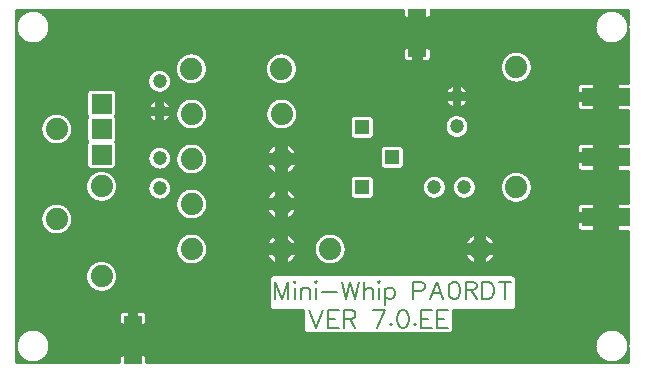
<source format=gtl>
G04 Layer: TopLayer*
G04 EasyEDA v6.4.7, 2020-09-29T10:47:40+03:00*
G04 c168c89dab9346539a0f0a4d02725cba,e225996ff9fb4a0db64c6d6541834e49,10*
G04 Gerber Generator version 0.2*
G04 Scale: 100 percent, Rotated: No, Reflected: No *
G04 Dimensions in millimeters *
G04 leading zeros omitted , absolute positions ,3 integer and 3 decimal *
%FSLAX33Y33*%
%MOMM*%
G90*
D02*

%ADD11C,0.203200*%
%ADD12C,0.619760*%
%ADD13C,0.839978*%
%ADD14R,4.064000X1.524000*%
%ADD15R,1.524000X4.064000*%
%ADD16C,1.193800*%
%ADD17C,1.879600*%
%ADD19R,1.676400X1.676400*%

%LPD*%
G36*
G01X48417Y30998D02*
G01X47101Y30998D01*
G01X47087Y30997D01*
G01X47073Y30994D01*
G01X47059Y30989D01*
G01X47046Y30982D01*
G01X47035Y30973D01*
G01X47025Y30963D01*
G01X47016Y30951D01*
G01X47009Y30939D01*
G01X47004Y30925D01*
G01X47001Y30911D01*
G01X47000Y30897D01*
G01X47000Y29539D01*
G01X47002Y29518D01*
G01X47008Y29499D01*
G01X47002Y29480D01*
G01X47000Y29459D01*
G01X47000Y2538D01*
G01X47002Y2518D01*
G01X47008Y2499D01*
G01X47002Y2480D01*
G01X47000Y2459D01*
G01X47000Y1100D01*
G01X47001Y1086D01*
G01X47004Y1071D01*
G01X47009Y1058D01*
G01X47016Y1045D01*
G01X47025Y1033D01*
G01X47035Y1023D01*
G01X47046Y1014D01*
G01X47059Y1007D01*
G01X47073Y1002D01*
G01X47087Y999D01*
G01X47101Y998D01*
G01X48447Y998D01*
G01X48466Y1000D01*
G01X48484Y1005D01*
G01X48501Y1013D01*
G01X48518Y1005D01*
G01X48535Y1000D01*
G01X48554Y998D01*
G01X55818Y998D01*
G01X55832Y999D01*
G01X55846Y1002D01*
G01X55860Y1007D01*
G01X55873Y1014D01*
G01X55885Y1023D01*
G01X55895Y1033D01*
G01X55903Y1045D01*
G01X55910Y1058D01*
G01X55916Y1071D01*
G01X55919Y1086D01*
G01X55920Y1100D01*
G01X55920Y1927D01*
G01X56520Y1927D01*
G01X56520Y1100D01*
G01X56521Y1086D01*
G01X56524Y1071D01*
G01X56529Y1058D01*
G01X56536Y1045D01*
G01X56544Y1033D01*
G01X56555Y1023D01*
G01X56566Y1014D01*
G01X56579Y1007D01*
G01X56593Y1002D01*
G01X56607Y999D01*
G01X56621Y998D01*
G01X57307Y998D01*
G01X57321Y999D01*
G01X57335Y1002D01*
G01X57349Y1007D01*
G01X57362Y1014D01*
G01X57374Y1023D01*
G01X57384Y1033D01*
G01X57392Y1045D01*
G01X57399Y1058D01*
G01X57405Y1071D01*
G01X57408Y1086D01*
G01X57409Y1100D01*
G01X57409Y1927D01*
G01X58009Y1927D01*
G01X58009Y1100D01*
G01X58010Y1086D01*
G01X58013Y1071D01*
G01X58018Y1058D01*
G01X58025Y1045D01*
G01X58033Y1033D01*
G01X58044Y1023D01*
G01X58055Y1014D01*
G01X58068Y1007D01*
G01X58082Y1002D01*
G01X58096Y999D01*
G01X58110Y998D01*
G01X97447Y998D01*
G01X97465Y1000D01*
G01X97483Y1005D01*
G01X97500Y1013D01*
G01X97517Y1005D01*
G01X97534Y1000D01*
G01X97553Y998D01*
G01X98898Y998D01*
G01X98912Y999D01*
G01X98926Y1002D01*
G01X98940Y1007D01*
G01X98953Y1014D01*
G01X98965Y1023D01*
G01X98975Y1033D01*
G01X98983Y1045D01*
G01X98990Y1058D01*
G01X98995Y1071D01*
G01X98999Y1086D01*
G01X99000Y1100D01*
G01X99000Y2423D01*
G01X98999Y2437D01*
G01X98995Y2451D01*
G01X98990Y2464D01*
G01X98984Y2477D01*
G01X98975Y2489D01*
G01X98965Y2499D01*
G01X98975Y2509D01*
G01X98984Y2521D01*
G01X98990Y2533D01*
G01X98995Y2547D01*
G01X98999Y2561D01*
G01X99000Y2575D01*
G01X99000Y12244D01*
G01X98999Y12259D01*
G01X98995Y12273D01*
G01X98990Y12286D01*
G01X98983Y12299D01*
G01X98975Y12311D01*
G01X98965Y12321D01*
G01X98953Y12330D01*
G01X98940Y12336D01*
G01X98926Y12341D01*
G01X98912Y12345D01*
G01X98898Y12346D01*
G01X98077Y12346D01*
G01X98077Y12946D01*
G01X98898Y12946D01*
G01X98912Y12947D01*
G01X98926Y12950D01*
G01X98940Y12955D01*
G01X98953Y12962D01*
G01X98965Y12970D01*
G01X98975Y12981D01*
G01X98983Y12992D01*
G01X98990Y13005D01*
G01X98995Y13019D01*
G01X98999Y13033D01*
G01X99000Y13047D01*
G01X99000Y13733D01*
G01X98999Y13748D01*
G01X98995Y13762D01*
G01X98990Y13775D01*
G01X98983Y13788D01*
G01X98975Y13800D01*
G01X98965Y13810D01*
G01X98953Y13819D01*
G01X98940Y13825D01*
G01X98926Y13830D01*
G01X98912Y13834D01*
G01X98898Y13835D01*
G01X98077Y13835D01*
G01X98077Y14435D01*
G01X98898Y14435D01*
G01X98912Y14436D01*
G01X98926Y14439D01*
G01X98940Y14444D01*
G01X98953Y14451D01*
G01X98965Y14459D01*
G01X98975Y14470D01*
G01X98983Y14481D01*
G01X98990Y14494D01*
G01X98995Y14507D01*
G01X98999Y14522D01*
G01X99000Y14536D01*
G01X99000Y17324D01*
G01X98999Y17339D01*
G01X98995Y17353D01*
G01X98990Y17366D01*
G01X98983Y17379D01*
G01X98975Y17391D01*
G01X98965Y17401D01*
G01X98953Y17410D01*
G01X98940Y17416D01*
G01X98926Y17421D01*
G01X98912Y17425D01*
G01X98898Y17426D01*
G01X98077Y17426D01*
G01X98077Y18026D01*
G01X98898Y18026D01*
G01X98912Y18027D01*
G01X98926Y18030D01*
G01X98940Y18035D01*
G01X98953Y18042D01*
G01X98965Y18050D01*
G01X98975Y18061D01*
G01X98983Y18072D01*
G01X98990Y18085D01*
G01X98995Y18099D01*
G01X98999Y18113D01*
G01X99000Y18127D01*
G01X99000Y18813D01*
G01X98999Y18828D01*
G01X98995Y18842D01*
G01X98990Y18855D01*
G01X98983Y18868D01*
G01X98975Y18880D01*
G01X98965Y18890D01*
G01X98953Y18899D01*
G01X98940Y18905D01*
G01X98926Y18910D01*
G01X98912Y18914D01*
G01X98898Y18915D01*
G01X98077Y18915D01*
G01X98077Y19515D01*
G01X98898Y19515D01*
G01X98912Y19516D01*
G01X98926Y19519D01*
G01X98940Y19524D01*
G01X98953Y19531D01*
G01X98965Y19539D01*
G01X98975Y19550D01*
G01X98983Y19561D01*
G01X98990Y19574D01*
G01X98995Y19587D01*
G01X98999Y19602D01*
G01X99000Y19616D01*
G01X99000Y22436D01*
G01X98999Y22451D01*
G01X98995Y22465D01*
G01X98990Y22479D01*
G01X98983Y22491D01*
G01X98975Y22502D01*
G01X98965Y22513D01*
G01X98953Y22522D01*
G01X98940Y22528D01*
G01X98926Y22533D01*
G01X98912Y22536D01*
G01X98898Y22537D01*
G01X98076Y22537D01*
G01X98076Y23137D01*
G01X98898Y23137D01*
G01X98912Y23139D01*
G01X98926Y23142D01*
G01X98940Y23147D01*
G01X98953Y23154D01*
G01X98965Y23162D01*
G01X98975Y23173D01*
G01X98983Y23184D01*
G01X98990Y23197D01*
G01X98995Y23211D01*
G01X98999Y23225D01*
G01X99000Y23239D01*
G01X99000Y23925D01*
G01X98999Y23940D01*
G01X98995Y23954D01*
G01X98990Y23967D01*
G01X98983Y23980D01*
G01X98975Y23991D01*
G01X98965Y24002D01*
G01X98953Y24011D01*
G01X98940Y24017D01*
G01X98926Y24022D01*
G01X98912Y24025D01*
G01X98898Y24026D01*
G01X98076Y24026D01*
G01X98076Y24626D01*
G01X98898Y24626D01*
G01X98912Y24628D01*
G01X98926Y24631D01*
G01X98940Y24636D01*
G01X98953Y24643D01*
G01X98965Y24651D01*
G01X98975Y24662D01*
G01X98983Y24673D01*
G01X98990Y24686D01*
G01X98995Y24699D01*
G01X98999Y24714D01*
G01X99000Y24728D01*
G01X99000Y29423D01*
G01X98999Y29437D01*
G01X98995Y29451D01*
G01X98990Y29465D01*
G01X98984Y29477D01*
G01X98975Y29489D01*
G01X98965Y29499D01*
G01X98975Y29509D01*
G01X98984Y29521D01*
G01X98990Y29534D01*
G01X98995Y29547D01*
G01X98999Y29561D01*
G01X99000Y29575D01*
G01X99000Y30897D01*
G01X98999Y30911D01*
G01X98995Y30925D01*
G01X98990Y30939D01*
G01X98983Y30951D01*
G01X98975Y30963D01*
G01X98965Y30973D01*
G01X98953Y30982D01*
G01X98940Y30989D01*
G01X98926Y30994D01*
G01X98912Y30997D01*
G01X98898Y30998D01*
G01X97584Y30998D01*
G01X97568Y30997D01*
G01X97551Y30993D01*
G01X97537Y30986D01*
G01X97522Y30978D01*
G01X97510Y30967D01*
G01X97500Y30954D01*
G01X97490Y30967D01*
G01X97478Y30978D01*
G01X97463Y30986D01*
G01X97449Y30993D01*
G01X97432Y30997D01*
G01X97416Y30998D01*
G01X82178Y30998D01*
G01X82164Y30997D01*
G01X82150Y30994D01*
G01X82136Y30989D01*
G01X82123Y30982D01*
G01X82112Y30973D01*
G01X82101Y30963D01*
G01X82093Y30951D01*
G01X82086Y30939D01*
G01X82081Y30925D01*
G01X82078Y30911D01*
G01X82077Y30897D01*
G01X82077Y30070D01*
G01X81477Y30070D01*
G01X81477Y30897D01*
G01X81476Y30911D01*
G01X81473Y30925D01*
G01X81467Y30939D01*
G01X81460Y30951D01*
G01X81452Y30963D01*
G01X81442Y30973D01*
G01X81430Y30982D01*
G01X81417Y30989D01*
G01X81403Y30994D01*
G01X81389Y30997D01*
G01X81375Y30998D01*
G01X80689Y30998D01*
G01X80675Y30997D01*
G01X80661Y30994D01*
G01X80647Y30989D01*
G01X80634Y30982D01*
G01X80623Y30973D01*
G01X80612Y30963D01*
G01X80604Y30951D01*
G01X80597Y30939D01*
G01X80592Y30925D01*
G01X80589Y30911D01*
G01X80588Y30897D01*
G01X80588Y30070D01*
G01X79988Y30070D01*
G01X79988Y30897D01*
G01X79987Y30911D01*
G01X79984Y30925D01*
G01X79979Y30939D01*
G01X79963Y30963D01*
G01X79953Y30973D01*
G01X79941Y30982D01*
G01X79928Y30989D01*
G01X79915Y30994D01*
G01X79900Y30997D01*
G01X79886Y30998D01*
G01X48585Y30998D01*
G01X48568Y30997D01*
G01X48552Y30993D01*
G01X48537Y30986D01*
G01X48523Y30978D01*
G01X48511Y30967D01*
G01X48501Y30954D01*
G01X48491Y30967D01*
G01X48478Y30978D01*
G01X48464Y30986D01*
G01X48449Y30993D01*
G01X48433Y30997D01*
G01X48417Y30998D01*
G37*

%LPC*%
G36*
G01X48553Y3796D02*
G01X48501Y3797D01*
G01X48448Y3796D01*
G01X48396Y3793D01*
G01X48343Y3788D01*
G01X48291Y3780D01*
G01X48239Y3771D01*
G01X48188Y3759D01*
G01X48137Y3745D01*
G01X48086Y3729D01*
G01X48037Y3711D01*
G01X47988Y3692D01*
G01X47940Y3670D01*
G01X47893Y3646D01*
G01X47847Y3621D01*
G01X47802Y3593D01*
G01X47758Y3564D01*
G01X47715Y3533D01*
G01X47674Y3500D01*
G01X47634Y3466D01*
G01X47596Y3430D01*
G01X47558Y3392D01*
G01X47523Y3353D01*
G01X47489Y3313D01*
G01X47457Y3272D01*
G01X47426Y3228D01*
G01X47398Y3184D01*
G01X47371Y3139D01*
G01X47346Y3092D01*
G01X47323Y3045D01*
G01X47301Y2997D01*
G01X47283Y2948D01*
G01X47265Y2898D01*
G01X47250Y2847D01*
G01X47237Y2797D01*
G01X47226Y2745D01*
G01X47217Y2693D01*
G01X47210Y2641D01*
G01X47205Y2588D01*
G01X47203Y2535D01*
G01X47201Y2517D01*
G01X47195Y2499D01*
G01X47201Y2481D01*
G01X47203Y2462D01*
G01X47205Y2411D01*
G01X47210Y2360D01*
G01X47217Y2309D01*
G01X47225Y2258D01*
G01X47235Y2208D01*
G01X47248Y2158D01*
G01X47262Y2109D01*
G01X47279Y2060D01*
G01X47297Y2012D01*
G01X47318Y1964D01*
G01X47340Y1918D01*
G01X47363Y1872D01*
G01X47389Y1828D01*
G01X47417Y1785D01*
G01X47446Y1742D01*
G01X47476Y1701D01*
G01X47509Y1661D01*
G01X47543Y1623D01*
G01X47578Y1585D01*
G01X47615Y1549D01*
G01X47653Y1515D01*
G01X47693Y1482D01*
G01X47734Y1451D01*
G01X47776Y1421D01*
G01X47819Y1394D01*
G01X47863Y1368D01*
G01X47908Y1343D01*
G01X47955Y1321D01*
G01X48002Y1300D01*
G01X48050Y1281D01*
G01X48098Y1264D01*
G01X48147Y1249D01*
G01X48197Y1236D01*
G01X48247Y1225D01*
G01X48298Y1216D01*
G01X48400Y1204D01*
G01X48452Y1201D01*
G01X48469Y1199D01*
G01X48485Y1194D01*
G01X48501Y1186D01*
G01X48517Y1194D01*
G01X48533Y1199D01*
G01X48550Y1201D01*
G01X48602Y1204D01*
G01X48655Y1210D01*
G01X48707Y1217D01*
G01X48758Y1226D01*
G01X48809Y1237D01*
G01X48860Y1251D01*
G01X48910Y1266D01*
G01X48959Y1284D01*
G01X49008Y1304D01*
G01X49056Y1325D01*
G01X49102Y1348D01*
G01X49149Y1374D01*
G01X49193Y1401D01*
G01X49237Y1429D01*
G01X49280Y1460D01*
G01X49321Y1492D01*
G01X49361Y1526D01*
G01X49399Y1562D01*
G01X49436Y1598D01*
G01X49472Y1637D01*
G01X49506Y1677D01*
G01X49538Y1718D01*
G01X49569Y1760D01*
G01X49598Y1804D01*
G01X49625Y1849D01*
G01X49650Y1895D01*
G01X49674Y1942D01*
G01X49695Y1989D01*
G01X49714Y2038D01*
G01X49732Y2087D01*
G01X49748Y2137D01*
G01X49762Y2187D01*
G01X49773Y2239D01*
G01X49782Y2290D01*
G01X49790Y2342D01*
G01X49795Y2394D01*
G01X49798Y2447D01*
G01X49799Y2499D01*
G01X49798Y2551D01*
G01X49795Y2604D01*
G01X49790Y2655D01*
G01X49782Y2707D01*
G01X49773Y2758D01*
G01X49762Y2810D01*
G01X49748Y2860D01*
G01X49732Y2910D01*
G01X49715Y2959D01*
G01X49695Y3008D01*
G01X49674Y3056D01*
G01X49626Y3148D01*
G01X49598Y3193D01*
G01X49570Y3236D01*
G01X49539Y3279D01*
G01X49507Y3320D01*
G01X49473Y3360D01*
G01X49437Y3399D01*
G01X49400Y3435D01*
G01X49362Y3471D01*
G01X49322Y3505D01*
G01X49281Y3537D01*
G01X49238Y3568D01*
G01X49195Y3596D01*
G01X49150Y3624D01*
G01X49058Y3672D01*
G01X49010Y3693D01*
G01X48961Y3713D01*
G01X48912Y3730D01*
G01X48862Y3746D01*
G01X48812Y3760D01*
G01X48760Y3771D01*
G01X48709Y3781D01*
G01X48657Y3788D01*
G01X48605Y3793D01*
G01X48553Y3796D01*
G37*
G36*
G01X97552Y3796D02*
G01X97500Y3797D01*
G01X97448Y3796D01*
G01X97395Y3793D01*
G01X97343Y3788D01*
G01X97292Y3781D01*
G01X97240Y3771D01*
G01X97189Y3760D01*
G01X97139Y3746D01*
G01X97089Y3730D01*
G01X97040Y3713D01*
G01X96991Y3693D01*
G01X96943Y3672D01*
G01X96896Y3648D01*
G01X96851Y3624D01*
G01X96806Y3596D01*
G01X96762Y3568D01*
G01X96720Y3537D01*
G01X96679Y3505D01*
G01X96639Y3471D01*
G01X96600Y3435D01*
G01X96564Y3399D01*
G01X96528Y3360D01*
G01X96494Y3320D01*
G01X96462Y3279D01*
G01X96431Y3236D01*
G01X96403Y3193D01*
G01X96375Y3148D01*
G01X96350Y3102D01*
G01X96327Y3056D01*
G01X96306Y3008D01*
G01X96286Y2959D01*
G01X96269Y2910D01*
G01X96253Y2860D01*
G01X96239Y2810D01*
G01X96228Y2758D01*
G01X96218Y2707D01*
G01X96211Y2655D01*
G01X96206Y2604D01*
G01X96203Y2551D01*
G01X96201Y2499D01*
G01X96203Y2447D01*
G01X96206Y2394D01*
G01X96211Y2342D01*
G01X96218Y2290D01*
G01X96228Y2239D01*
G01X96239Y2187D01*
G01X96253Y2137D01*
G01X96269Y2087D01*
G01X96286Y2038D01*
G01X96306Y1989D01*
G01X96327Y1942D01*
G01X96351Y1895D01*
G01X96376Y1849D01*
G01X96403Y1804D01*
G01X96432Y1760D01*
G01X96463Y1718D01*
G01X96495Y1677D01*
G01X96529Y1637D01*
G01X96565Y1598D01*
G01X96602Y1562D01*
G01X96640Y1526D01*
G01X96680Y1492D01*
G01X96721Y1460D01*
G01X96764Y1429D01*
G01X96808Y1401D01*
G01X96852Y1374D01*
G01X96898Y1348D01*
G01X96945Y1325D01*
G01X96993Y1304D01*
G01X97042Y1284D01*
G01X97091Y1266D01*
G01X97141Y1251D01*
G01X97192Y1237D01*
G01X97243Y1226D01*
G01X97294Y1217D01*
G01X97346Y1210D01*
G01X97398Y1204D01*
G01X97451Y1201D01*
G01X97468Y1199D01*
G01X97484Y1194D01*
G01X97500Y1186D01*
G01X97516Y1194D01*
G01X97532Y1199D01*
G01X97549Y1201D01*
G01X97601Y1204D01*
G01X97653Y1210D01*
G01X97704Y1217D01*
G01X97755Y1226D01*
G01X97806Y1237D01*
G01X97856Y1250D01*
G01X97906Y1265D01*
G01X97955Y1283D01*
G01X98003Y1302D01*
G01X98050Y1323D01*
G01X98097Y1346D01*
G01X98142Y1371D01*
G01X98187Y1397D01*
G01X98230Y1425D01*
G01X98273Y1455D01*
G01X98314Y1487D01*
G01X98353Y1520D01*
G01X98392Y1555D01*
G01X98429Y1592D01*
G01X98464Y1629D01*
G01X98498Y1669D01*
G01X98531Y1709D01*
G01X98561Y1751D01*
G01X98591Y1794D01*
G01X98618Y1838D01*
G01X98643Y1883D01*
G01X98667Y1929D01*
G01X98689Y1977D01*
G01X98708Y2024D01*
G01X98727Y2073D01*
G01X98743Y2122D01*
G01X98757Y2172D01*
G01X98769Y2223D01*
G01X98779Y2273D01*
G01X98787Y2325D01*
G01X98793Y2376D01*
G01X98796Y2428D01*
G01X98798Y2444D01*
G01X98803Y2460D01*
G01X98811Y2474D01*
G01X98820Y2487D01*
G01X98831Y2499D01*
G01X98820Y2511D01*
G01X98811Y2524D01*
G01X98803Y2538D01*
G01X98798Y2554D01*
G01X98796Y2569D01*
G01X98793Y2621D01*
G01X98787Y2673D01*
G01X98779Y2724D01*
G01X98769Y2775D01*
G01X98757Y2825D01*
G01X98743Y2875D01*
G01X98727Y2925D01*
G01X98709Y2973D01*
G01X98689Y3021D01*
G01X98667Y3068D01*
G01X98643Y3114D01*
G01X98618Y3159D01*
G01X98591Y3203D01*
G01X98562Y3246D01*
G01X98531Y3288D01*
G01X98499Y3328D01*
G01X98465Y3368D01*
G01X98430Y3405D01*
G01X98392Y3442D01*
G01X98354Y3477D01*
G01X98315Y3510D01*
G01X98274Y3542D01*
G01X98231Y3572D01*
G01X98188Y3600D01*
G01X98144Y3627D01*
G01X98098Y3652D01*
G01X98052Y3674D01*
G01X98004Y3695D01*
G01X97956Y3715D01*
G01X97907Y3732D01*
G01X97858Y3747D01*
G01X97808Y3760D01*
G01X97757Y3771D01*
G01X97706Y3781D01*
G01X97655Y3788D01*
G01X97604Y3793D01*
G01X97552Y3796D01*
G37*
G36*
G01X89038Y8383D02*
G01X68898Y8383D01*
G01X68874Y8381D01*
G01X68849Y8378D01*
G01X68825Y8373D01*
G01X68801Y8365D01*
G01X68779Y8356D01*
G01X68757Y8344D01*
G01X68736Y8331D01*
G01X68717Y8316D01*
G01X68698Y8300D01*
G01X68682Y8281D01*
G01X68667Y8262D01*
G01X68654Y8241D01*
G01X68642Y8219D01*
G01X68633Y8197D01*
G01X68625Y8173D01*
G01X68620Y8149D01*
G01X68617Y8124D01*
G01X68616Y8100D01*
G01X68616Y5887D01*
G01X68617Y5863D01*
G01X68620Y5838D01*
G01X68625Y5815D01*
G01X68633Y5791D01*
G01X68642Y5768D01*
G01X68654Y5746D01*
G01X68667Y5726D01*
G01X68682Y5706D01*
G01X68698Y5688D01*
G01X68717Y5671D01*
G01X68736Y5656D01*
G01X68757Y5643D01*
G01X68779Y5632D01*
G01X68801Y5622D01*
G01X68825Y5614D01*
G01X68849Y5609D01*
G01X68874Y5606D01*
G01X68898Y5605D01*
G01X71414Y5605D01*
G01X71428Y5604D01*
G01X71443Y5601D01*
G01X71456Y5596D01*
G01X71469Y5589D01*
G01X71481Y5580D01*
G01X71491Y5570D01*
G01X71499Y5559D01*
G01X71506Y5546D01*
G01X71511Y5532D01*
G01X71515Y5518D01*
G01X71516Y5503D01*
G01X71516Y3944D01*
G01X71517Y3919D01*
G01X71520Y3895D01*
G01X71525Y3870D01*
G01X71533Y3847D01*
G01X71542Y3824D01*
G01X71553Y3802D01*
G01X71567Y3782D01*
G01X71582Y3762D01*
G01X71598Y3744D01*
G01X71616Y3727D01*
G01X71636Y3712D01*
G01X71657Y3699D01*
G01X71679Y3688D01*
G01X71701Y3678D01*
G01X71725Y3671D01*
G01X71749Y3666D01*
G01X71773Y3662D01*
G01X71798Y3661D01*
G01X83723Y3661D01*
G01X83748Y3662D01*
G01X83772Y3666D01*
G01X83796Y3671D01*
G01X83820Y3678D01*
G01X83843Y3688D01*
G01X83865Y3699D01*
G01X83885Y3712D01*
G01X83905Y3727D01*
G01X83923Y3744D01*
G01X83939Y3762D01*
G01X83955Y3782D01*
G01X83968Y3802D01*
G01X83979Y3824D01*
G01X83989Y3847D01*
G01X83996Y3870D01*
G01X84001Y3895D01*
G01X84004Y3919D01*
G01X84006Y3944D01*
G01X84006Y5503D01*
G01X84007Y5518D01*
G01X84010Y5532D01*
G01X84015Y5546D01*
G01X84022Y5559D01*
G01X84030Y5570D01*
G01X84041Y5580D01*
G01X84052Y5589D01*
G01X84065Y5596D01*
G01X84079Y5601D01*
G01X84093Y5604D01*
G01X84108Y5605D01*
G01X89038Y5605D01*
G01X89063Y5606D01*
G01X89087Y5609D01*
G01X89111Y5614D01*
G01X89134Y5622D01*
G01X89157Y5632D01*
G01X89179Y5643D01*
G01X89200Y5656D01*
G01X89219Y5671D01*
G01X89237Y5688D01*
G01X89254Y5706D01*
G01X89269Y5726D01*
G01X89283Y5746D01*
G01X89294Y5768D01*
G01X89303Y5791D01*
G01X89310Y5815D01*
G01X89316Y5838D01*
G01X89319Y5863D01*
G01X89320Y5887D01*
G01X89320Y8100D01*
G01X89319Y8124D01*
G01X89316Y8149D01*
G01X89310Y8173D01*
G01X89303Y8197D01*
G01X89294Y8219D01*
G01X89283Y8241D01*
G01X89269Y8262D01*
G01X89254Y8281D01*
G01X89237Y8300D01*
G01X89219Y8316D01*
G01X89200Y8331D01*
G01X89179Y8344D01*
G01X89157Y8356D01*
G01X89134Y8365D01*
G01X89111Y8373D01*
G01X89087Y8378D01*
G01X89063Y8381D01*
G01X89038Y8383D01*
G37*
G36*
G01X57726Y5321D02*
G01X57409Y5321D01*
G01X57409Y4086D01*
G01X58009Y4086D01*
G01X58009Y5039D01*
G01X58008Y5063D01*
G01X58004Y5088D01*
G01X57999Y5112D01*
G01X57991Y5135D01*
G01X57982Y5158D01*
G01X57971Y5180D01*
G01X57957Y5201D01*
G01X57942Y5220D01*
G01X57926Y5239D01*
G01X57907Y5255D01*
G01X57888Y5270D01*
G01X57867Y5284D01*
G01X57845Y5295D01*
G01X57823Y5304D01*
G01X57799Y5312D01*
G01X57775Y5317D01*
G01X57750Y5320D01*
G01X57726Y5321D01*
G37*
G36*
G01X56520Y5321D02*
G01X56202Y5321D01*
G01X56178Y5320D01*
G01X56153Y5317D01*
G01X56129Y5312D01*
G01X56106Y5304D01*
G01X56083Y5295D01*
G01X56061Y5284D01*
G01X56040Y5270D01*
G01X56021Y5255D01*
G01X56002Y5239D01*
G01X55986Y5220D01*
G01X55971Y5201D01*
G01X55957Y5180D01*
G01X55946Y5158D01*
G01X55937Y5135D01*
G01X55929Y5112D01*
G01X55924Y5088D01*
G01X55921Y5063D01*
G01X55920Y5039D01*
G01X55920Y4086D01*
G01X56520Y4086D01*
G01X56520Y5321D01*
G37*
G36*
G01X54352Y9608D02*
G01X54302Y9609D01*
G01X54252Y9608D01*
G01X54201Y9605D01*
G01X54151Y9600D01*
G01X54101Y9592D01*
G01X54051Y9583D01*
G01X54002Y9571D01*
G01X53953Y9558D01*
G01X53905Y9543D01*
G01X53858Y9525D01*
G01X53811Y9506D01*
G01X53765Y9485D01*
G01X53721Y9462D01*
G01X53676Y9437D01*
G01X53634Y9410D01*
G01X53592Y9381D01*
G01X53551Y9351D01*
G01X53512Y9319D01*
G01X53474Y9286D01*
G01X53438Y9251D01*
G01X53403Y9215D01*
G01X53369Y9177D01*
G01X53337Y9137D01*
G01X53307Y9097D01*
G01X53279Y9055D01*
G01X53252Y9012D01*
G01X53227Y8968D01*
G01X53204Y8924D01*
G01X53183Y8877D01*
G01X53164Y8831D01*
G01X53146Y8783D01*
G01X53131Y8736D01*
G01X53118Y8687D01*
G01X53106Y8638D01*
G01X53097Y8588D01*
G01X53089Y8538D01*
G01X53084Y8488D01*
G01X53081Y8437D01*
G01X53080Y8387D01*
G01X53081Y8336D01*
G01X53084Y8285D01*
G01X53089Y8235D01*
G01X53097Y8185D01*
G01X53106Y8136D01*
G01X53118Y8086D01*
G01X53131Y8038D01*
G01X53146Y7990D01*
G01X53164Y7942D01*
G01X53183Y7896D01*
G01X53204Y7850D01*
G01X53227Y7805D01*
G01X53252Y7761D01*
G01X53279Y7718D01*
G01X53307Y7676D01*
G01X53337Y7636D01*
G01X53369Y7597D01*
G01X53403Y7559D01*
G01X53438Y7522D01*
G01X53474Y7487D01*
G01X53512Y7454D01*
G01X53551Y7422D01*
G01X53592Y7392D01*
G01X53634Y7363D01*
G01X53676Y7337D01*
G01X53721Y7312D01*
G01X53765Y7288D01*
G01X53811Y7267D01*
G01X53858Y7248D01*
G01X53905Y7230D01*
G01X53953Y7215D01*
G01X54002Y7202D01*
G01X54051Y7190D01*
G01X54101Y7181D01*
G01X54151Y7173D01*
G01X54201Y7168D01*
G01X54252Y7165D01*
G01X54302Y7164D01*
G01X54352Y7165D01*
G01X54403Y7168D01*
G01X54454Y7173D01*
G01X54503Y7181D01*
G01X54553Y7190D01*
G01X54602Y7202D01*
G01X54651Y7215D01*
G01X54699Y7230D01*
G01X54747Y7248D01*
G01X54793Y7267D01*
G01X54839Y7288D01*
G01X54884Y7312D01*
G01X54928Y7337D01*
G01X54971Y7363D01*
G01X55012Y7392D01*
G01X55053Y7422D01*
G01X55092Y7454D01*
G01X55130Y7487D01*
G01X55166Y7522D01*
G01X55201Y7559D01*
G01X55235Y7597D01*
G01X55267Y7636D01*
G01X55297Y7676D01*
G01X55325Y7718D01*
G01X55352Y7761D01*
G01X55377Y7805D01*
G01X55400Y7850D01*
G01X55421Y7896D01*
G01X55441Y7942D01*
G01X55458Y7990D01*
G01X55474Y8038D01*
G01X55487Y8086D01*
G01X55499Y8136D01*
G01X55508Y8185D01*
G01X55515Y8235D01*
G01X55520Y8285D01*
G01X55523Y8336D01*
G01X55524Y8387D01*
G01X55523Y8437D01*
G01X55520Y8488D01*
G01X55515Y8538D01*
G01X55508Y8588D01*
G01X55499Y8638D01*
G01X55487Y8687D01*
G01X55474Y8736D01*
G01X55458Y8783D01*
G01X55441Y8831D01*
G01X55421Y8877D01*
G01X55400Y8924D01*
G01X55377Y8968D01*
G01X55352Y9012D01*
G01X55325Y9055D01*
G01X55297Y9097D01*
G01X55267Y9137D01*
G01X55235Y9177D01*
G01X55201Y9215D01*
G01X55166Y9251D01*
G01X55130Y9286D01*
G01X55092Y9319D01*
G01X55053Y9351D01*
G01X55012Y9381D01*
G01X54971Y9410D01*
G01X54928Y9437D01*
G01X54884Y9462D01*
G01X54839Y9485D01*
G01X54793Y9506D01*
G01X54747Y9525D01*
G01X54699Y9543D01*
G01X54651Y9558D01*
G01X54602Y9571D01*
G01X54553Y9583D01*
G01X54503Y9592D01*
G01X54454Y9600D01*
G01X54403Y9605D01*
G01X54352Y9608D01*
G37*
G36*
G01X61980Y11929D02*
G01X61930Y11930D01*
G01X61879Y11929D01*
G01X61829Y11926D01*
G01X61778Y11921D01*
G01X61729Y11914D01*
G01X61679Y11904D01*
G01X61630Y11893D01*
G01X61581Y11880D01*
G01X61533Y11864D01*
G01X61485Y11847D01*
G01X61439Y11827D01*
G01X61393Y11806D01*
G01X61348Y11783D01*
G01X61304Y11758D01*
G01X61261Y11731D01*
G01X61220Y11703D01*
G01X61179Y11673D01*
G01X61140Y11641D01*
G01X61102Y11607D01*
G01X61066Y11572D01*
G01X61031Y11536D01*
G01X60997Y11498D01*
G01X60965Y11459D01*
G01X60935Y11418D01*
G01X60907Y11377D01*
G01X60880Y11334D01*
G01X60855Y11290D01*
G01X60831Y11245D01*
G01X60791Y11153D01*
G01X60774Y11105D01*
G01X60758Y11057D01*
G01X60745Y11008D01*
G01X60733Y10959D01*
G01X60724Y10909D01*
G01X60717Y10860D01*
G01X60712Y10809D01*
G01X60709Y10758D01*
G01X60708Y10708D01*
G01X60709Y10658D01*
G01X60712Y10607D01*
G01X60717Y10557D01*
G01X60724Y10507D01*
G01X60733Y10457D01*
G01X60745Y10408D01*
G01X60758Y10359D01*
G01X60774Y10311D01*
G01X60791Y10264D01*
G01X60811Y10217D01*
G01X60831Y10171D01*
G01X60855Y10126D01*
G01X60880Y10082D01*
G01X60907Y10040D01*
G01X60935Y9998D01*
G01X60965Y9957D01*
G01X60997Y9918D01*
G01X61031Y9880D01*
G01X61066Y9844D01*
G01X61102Y9809D01*
G01X61140Y9775D01*
G01X61179Y9743D01*
G01X61220Y9713D01*
G01X61261Y9685D01*
G01X61304Y9658D01*
G01X61348Y9633D01*
G01X61393Y9610D01*
G01X61439Y9589D01*
G01X61485Y9570D01*
G01X61533Y9552D01*
G01X61581Y9537D01*
G01X61630Y9523D01*
G01X61679Y9512D01*
G01X61729Y9503D01*
G01X61778Y9495D01*
G01X61829Y9490D01*
G01X61879Y9487D01*
G01X61930Y9486D01*
G01X61980Y9487D01*
G01X62031Y9490D01*
G01X62081Y9495D01*
G01X62131Y9503D01*
G01X62181Y9512D01*
G01X62230Y9523D01*
G01X62279Y9537D01*
G01X62327Y9552D01*
G01X62374Y9570D01*
G01X62421Y9589D01*
G01X62467Y9610D01*
G01X62511Y9633D01*
G01X62556Y9658D01*
G01X62598Y9685D01*
G01X62640Y9713D01*
G01X62681Y9743D01*
G01X62720Y9775D01*
G01X62758Y9809D01*
G01X62794Y9844D01*
G01X62829Y9880D01*
G01X62862Y9918D01*
G01X62894Y9957D01*
G01X62924Y9998D01*
G01X62953Y10040D01*
G01X62980Y10082D01*
G01X63005Y10126D01*
G01X63028Y10171D01*
G01X63049Y10217D01*
G01X63068Y10264D01*
G01X63086Y10311D01*
G01X63101Y10359D01*
G01X63114Y10408D01*
G01X63126Y10457D01*
G01X63135Y10507D01*
G01X63143Y10557D01*
G01X63148Y10607D01*
G01X63151Y10658D01*
G01X63152Y10708D01*
G01X63151Y10758D01*
G01X63148Y10809D01*
G01X63143Y10860D01*
G01X63135Y10909D01*
G01X63126Y10959D01*
G01X63114Y11008D01*
G01X63101Y11057D01*
G01X63086Y11105D01*
G01X63068Y11153D01*
G01X63049Y11199D01*
G01X63028Y11245D01*
G01X63005Y11290D01*
G01X62980Y11334D01*
G01X62953Y11377D01*
G01X62924Y11418D01*
G01X62894Y11459D01*
G01X62862Y11498D01*
G01X62829Y11536D01*
G01X62794Y11572D01*
G01X62758Y11607D01*
G01X62720Y11641D01*
G01X62681Y11673D01*
G01X62640Y11703D01*
G01X62598Y11731D01*
G01X62556Y11758D01*
G01X62511Y11783D01*
G01X62467Y11806D01*
G01X62421Y11827D01*
G01X62374Y11847D01*
G01X62327Y11864D01*
G01X62279Y11880D01*
G01X62230Y11893D01*
G01X62181Y11904D01*
G01X62131Y11914D01*
G01X62081Y11921D01*
G01X62031Y11926D01*
G01X61980Y11929D01*
G37*
G36*
G01X73700Y11929D02*
G01X73649Y11930D01*
G01X73599Y11929D01*
G01X73548Y11926D01*
G01X73498Y11921D01*
G01X73448Y11914D01*
G01X73398Y11904D01*
G01X73349Y11893D01*
G01X73300Y11880D01*
G01X73253Y11864D01*
G01X73205Y11847D01*
G01X73159Y11827D01*
G01X73112Y11806D01*
G01X73068Y11783D01*
G01X73023Y11758D01*
G01X72981Y11731D01*
G01X72939Y11703D01*
G01X72899Y11673D01*
G01X72859Y11641D01*
G01X72821Y11607D01*
G01X72785Y11572D01*
G01X72750Y11536D01*
G01X72717Y11498D01*
G01X72685Y11459D01*
G01X72655Y11418D01*
G01X72626Y11377D01*
G01X72599Y11334D01*
G01X72574Y11290D01*
G01X72551Y11245D01*
G01X72530Y11199D01*
G01X72511Y11153D01*
G01X72493Y11105D01*
G01X72478Y11057D01*
G01X72465Y11008D01*
G01X72453Y10959D01*
G01X72444Y10909D01*
G01X72436Y10860D01*
G01X72431Y10809D01*
G01X72428Y10758D01*
G01X72427Y10708D01*
G01X72428Y10658D01*
G01X72431Y10607D01*
G01X72436Y10557D01*
G01X72444Y10507D01*
G01X72453Y10457D01*
G01X72465Y10408D01*
G01X72478Y10359D01*
G01X72493Y10311D01*
G01X72511Y10264D01*
G01X72530Y10217D01*
G01X72551Y10171D01*
G01X72574Y10126D01*
G01X72599Y10082D01*
G01X72626Y10040D01*
G01X72655Y9998D01*
G01X72685Y9957D01*
G01X72717Y9918D01*
G01X72750Y9880D01*
G01X72785Y9844D01*
G01X72821Y9809D01*
G01X72859Y9775D01*
G01X72899Y9743D01*
G01X72939Y9713D01*
G01X72981Y9685D01*
G01X73023Y9658D01*
G01X73068Y9633D01*
G01X73112Y9610D01*
G01X73159Y9589D01*
G01X73205Y9570D01*
G01X73253Y9552D01*
G01X73300Y9537D01*
G01X73349Y9523D01*
G01X73398Y9512D01*
G01X73448Y9503D01*
G01X73498Y9495D01*
G01X73548Y9490D01*
G01X73599Y9487D01*
G01X73649Y9486D01*
G01X73700Y9487D01*
G01X73750Y9490D01*
G01X73801Y9495D01*
G01X73851Y9503D01*
G01X73900Y9512D01*
G01X73950Y9523D01*
G01X73998Y9537D01*
G01X74046Y9552D01*
G01X74094Y9570D01*
G01X74140Y9589D01*
G01X74186Y9610D01*
G01X74231Y9633D01*
G01X74275Y9658D01*
G01X74318Y9685D01*
G01X74360Y9713D01*
G01X74400Y9743D01*
G01X74439Y9775D01*
G01X74477Y9809D01*
G01X74513Y9844D01*
G01X74549Y9880D01*
G01X74582Y9918D01*
G01X74614Y9957D01*
G01X74644Y9998D01*
G01X74672Y10040D01*
G01X74699Y10082D01*
G01X74724Y10126D01*
G01X74748Y10171D01*
G01X74768Y10217D01*
G01X74788Y10264D01*
G01X74806Y10311D01*
G01X74821Y10359D01*
G01X74834Y10408D01*
G01X74846Y10457D01*
G01X74855Y10507D01*
G01X74862Y10557D01*
G01X74868Y10607D01*
G01X74871Y10658D01*
G01X74872Y10708D01*
G01X74871Y10758D01*
G01X74868Y10809D01*
G01X74862Y10860D01*
G01X74855Y10909D01*
G01X74846Y10959D01*
G01X74834Y11008D01*
G01X74821Y11057D01*
G01X74806Y11105D01*
G01X74788Y11153D01*
G01X74748Y11245D01*
G01X74724Y11290D01*
G01X74699Y11334D01*
G01X74672Y11377D01*
G01X74644Y11418D01*
G01X74614Y11459D01*
G01X74582Y11498D01*
G01X74549Y11536D01*
G01X74513Y11572D01*
G01X74477Y11607D01*
G01X74439Y11641D01*
G01X74400Y11673D01*
G01X74360Y11703D01*
G01X74318Y11731D01*
G01X74275Y11758D01*
G01X74231Y11783D01*
G01X74186Y11806D01*
G01X74140Y11827D01*
G01X74094Y11847D01*
G01X74046Y11864D01*
G01X73998Y11880D01*
G01X73950Y11893D01*
G01X73900Y11904D01*
G01X73851Y11914D01*
G01X73801Y11921D01*
G01X73750Y11926D01*
G01X73700Y11929D01*
G37*
G36*
G01X85816Y10175D02*
G01X85250Y10175D01*
G01X85273Y10130D01*
G01X85298Y10085D01*
G01X85325Y10042D01*
G01X85354Y9999D01*
G01X85384Y9958D01*
G01X85416Y9919D01*
G01X85450Y9881D01*
G01X85485Y9844D01*
G01X85522Y9808D01*
G01X85560Y9775D01*
G01X85600Y9743D01*
G01X85641Y9712D01*
G01X85683Y9684D01*
G01X85726Y9657D01*
G01X85771Y9632D01*
G01X85816Y9608D01*
G01X85816Y10175D01*
G37*
G36*
G01X70650Y10175D02*
G01X70083Y10175D01*
G01X70083Y9608D01*
G01X70128Y9632D01*
G01X70173Y9657D01*
G01X70216Y9684D01*
G01X70258Y9712D01*
G01X70300Y9743D01*
G01X70339Y9775D01*
G01X70377Y9808D01*
G01X70414Y9844D01*
G01X70449Y9881D01*
G01X70483Y9919D01*
G01X70515Y9958D01*
G01X70545Y9999D01*
G01X70574Y10042D01*
G01X70601Y10085D01*
G01X70626Y10130D01*
G01X70650Y10175D01*
G37*
G36*
G01X69016Y10175D02*
G01X68450Y10175D01*
G01X68473Y10130D01*
G01X68498Y10085D01*
G01X68525Y10042D01*
G01X68554Y9999D01*
G01X68585Y9958D01*
G01X68617Y9919D01*
G01X68650Y9881D01*
G01X68686Y9844D01*
G01X68722Y9808D01*
G01X68760Y9775D01*
G01X68800Y9743D01*
G01X68841Y9712D01*
G01X68883Y9684D01*
G01X68926Y9657D01*
G01X68971Y9632D01*
G01X69016Y9608D01*
G01X69016Y10175D01*
G37*
G36*
G01X87449Y10175D02*
G01X86883Y10175D01*
G01X86883Y9608D01*
G01X86928Y9632D01*
G01X86973Y9657D01*
G01X87016Y9684D01*
G01X87058Y9712D01*
G01X87099Y9743D01*
G01X87139Y9775D01*
G01X87177Y9808D01*
G01X87213Y9844D01*
G01X87249Y9881D01*
G01X87283Y9919D01*
G01X87315Y9958D01*
G01X87345Y9999D01*
G01X87374Y10042D01*
G01X87401Y10085D01*
G01X87426Y10130D01*
G01X87449Y10175D01*
G37*
G36*
G01X85816Y11242D02*
G01X85816Y11808D01*
G01X85771Y11785D01*
G01X85726Y11760D01*
G01X85683Y11733D01*
G01X85641Y11704D01*
G01X85600Y11673D01*
G01X85560Y11641D01*
G01X85522Y11608D01*
G01X85485Y11572D01*
G01X85450Y11536D01*
G01X85416Y11498D01*
G01X85384Y11458D01*
G01X85354Y11417D01*
G01X85325Y11375D01*
G01X85298Y11331D01*
G01X85273Y11287D01*
G01X85250Y11242D01*
G01X85816Y11242D01*
G37*
G36*
G01X69016Y11242D02*
G01X69016Y11808D01*
G01X68971Y11785D01*
G01X68926Y11760D01*
G01X68883Y11733D01*
G01X68841Y11704D01*
G01X68800Y11673D01*
G01X68760Y11641D01*
G01X68722Y11608D01*
G01X68650Y11536D01*
G01X68617Y11498D01*
G01X68585Y11458D01*
G01X68554Y11417D01*
G01X68525Y11375D01*
G01X68498Y11331D01*
G01X68473Y11287D01*
G01X68450Y11242D01*
G01X69016Y11242D01*
G37*
G36*
G01X70128Y11785D02*
G01X70083Y11808D01*
G01X70083Y11242D01*
G01X70650Y11242D01*
G01X70626Y11287D01*
G01X70601Y11331D01*
G01X70574Y11375D01*
G01X70545Y11417D01*
G01X70515Y11458D01*
G01X70483Y11498D01*
G01X70449Y11536D01*
G01X70414Y11572D01*
G01X70377Y11608D01*
G01X70339Y11641D01*
G01X70300Y11673D01*
G01X70258Y11704D01*
G01X70216Y11733D01*
G01X70173Y11760D01*
G01X70128Y11785D01*
G37*
G36*
G01X86928Y11785D02*
G01X86883Y11808D01*
G01X86883Y11242D01*
G01X87449Y11242D01*
G01X87426Y11287D01*
G01X87401Y11331D01*
G01X87374Y11375D01*
G01X87345Y11417D01*
G01X87315Y11458D01*
G01X87283Y11498D01*
G01X87249Y11536D01*
G01X87177Y11608D01*
G01X87139Y11641D01*
G01X87099Y11673D01*
G01X87058Y11704D01*
G01X87016Y11733D01*
G01X86973Y11760D01*
G01X86928Y11785D01*
G37*
G36*
G01X50553Y14467D02*
G01X50502Y14468D01*
G01X50452Y14467D01*
G01X50401Y14464D01*
G01X50351Y14459D01*
G01X50301Y14451D01*
G01X50251Y14442D01*
G01X50202Y14430D01*
G01X50153Y14417D01*
G01X50106Y14402D01*
G01X50058Y14384D01*
G01X50012Y14365D01*
G01X49965Y14344D01*
G01X49921Y14321D01*
G01X49876Y14296D01*
G01X49834Y14269D01*
G01X49792Y14240D01*
G01X49751Y14210D01*
G01X49712Y14178D01*
G01X49674Y14145D01*
G01X49638Y14110D01*
G01X49603Y14074D01*
G01X49570Y14036D01*
G01X49538Y13996D01*
G01X49508Y13956D01*
G01X49479Y13914D01*
G01X49452Y13871D01*
G01X49427Y13827D01*
G01X49404Y13783D01*
G01X49383Y13736D01*
G01X49364Y13690D01*
G01X49346Y13642D01*
G01X49331Y13595D01*
G01X49318Y13546D01*
G01X49306Y13497D01*
G01X49297Y13447D01*
G01X49289Y13397D01*
G01X49284Y13347D01*
G01X49281Y13296D01*
G01X49280Y13246D01*
G01X49281Y13195D01*
G01X49284Y13145D01*
G01X49289Y13094D01*
G01X49297Y13044D01*
G01X49306Y12995D01*
G01X49318Y12945D01*
G01X49331Y12897D01*
G01X49346Y12849D01*
G01X49364Y12801D01*
G01X49383Y12755D01*
G01X49404Y12709D01*
G01X49427Y12664D01*
G01X49452Y12620D01*
G01X49479Y12577D01*
G01X49508Y12535D01*
G01X49538Y12495D01*
G01X49570Y12456D01*
G01X49603Y12418D01*
G01X49638Y12381D01*
G01X49674Y12346D01*
G01X49712Y12313D01*
G01X49751Y12281D01*
G01X49792Y12251D01*
G01X49834Y12222D01*
G01X49876Y12196D01*
G01X49921Y12171D01*
G01X49965Y12147D01*
G01X50012Y12126D01*
G01X50058Y12107D01*
G01X50106Y12089D01*
G01X50153Y12074D01*
G01X50202Y12061D01*
G01X50251Y12049D01*
G01X50301Y12040D01*
G01X50351Y12032D01*
G01X50401Y12027D01*
G01X50452Y12024D01*
G01X50502Y12023D01*
G01X50553Y12024D01*
G01X50603Y12027D01*
G01X50654Y12032D01*
G01X50703Y12040D01*
G01X50753Y12049D01*
G01X50803Y12061D01*
G01X50851Y12074D01*
G01X50899Y12089D01*
G01X50947Y12107D01*
G01X50993Y12126D01*
G01X51039Y12147D01*
G01X51084Y12171D01*
G01X51128Y12196D01*
G01X51171Y12222D01*
G01X51213Y12251D01*
G01X51253Y12281D01*
G01X51292Y12313D01*
G01X51330Y12346D01*
G01X51366Y12381D01*
G01X51401Y12418D01*
G01X51435Y12456D01*
G01X51467Y12495D01*
G01X51497Y12535D01*
G01X51525Y12577D01*
G01X51552Y12620D01*
G01X51577Y12664D01*
G01X51601Y12709D01*
G01X51641Y12801D01*
G01X51659Y12849D01*
G01X51674Y12897D01*
G01X51687Y12945D01*
G01X51699Y12995D01*
G01X51708Y13044D01*
G01X51715Y13094D01*
G01X51721Y13145D01*
G01X51724Y13195D01*
G01X51725Y13246D01*
G01X51724Y13296D01*
G01X51721Y13347D01*
G01X51715Y13397D01*
G01X51708Y13447D01*
G01X51699Y13497D01*
G01X51687Y13546D01*
G01X51674Y13595D01*
G01X51659Y13642D01*
G01X51641Y13690D01*
G01X51621Y13736D01*
G01X51601Y13783D01*
G01X51577Y13827D01*
G01X51552Y13871D01*
G01X51525Y13914D01*
G01X51497Y13956D01*
G01X51467Y13996D01*
G01X51435Y14036D01*
G01X51401Y14074D01*
G01X51366Y14110D01*
G01X51330Y14145D01*
G01X51292Y14178D01*
G01X51253Y14210D01*
G01X51213Y14240D01*
G01X51171Y14269D01*
G01X51128Y14296D01*
G01X51084Y14321D01*
G01X51039Y14344D01*
G01X50993Y14365D01*
G01X50947Y14384D01*
G01X50899Y14402D01*
G01X50851Y14417D01*
G01X50803Y14430D01*
G01X50753Y14442D01*
G01X50703Y14451D01*
G01X50654Y14459D01*
G01X50603Y14464D01*
G01X50553Y14467D01*
G37*
G36*
G01X95918Y12946D02*
G01X94683Y12946D01*
G01X94683Y12628D01*
G01X94684Y12603D01*
G01X94687Y12579D01*
G01X94692Y12555D01*
G01X94700Y12531D01*
G01X94709Y12509D01*
G01X94720Y12487D01*
G01X94734Y12466D01*
G01X94749Y12447D01*
G01X94765Y12428D01*
G01X94784Y12412D01*
G01X94803Y12397D01*
G01X94824Y12384D01*
G01X94846Y12372D01*
G01X94869Y12363D01*
G01X94892Y12355D01*
G01X94916Y12350D01*
G01X94941Y12347D01*
G01X94965Y12346D01*
G01X95918Y12346D01*
G01X95918Y12946D01*
G37*
G36*
G01X61980Y15739D02*
G01X61930Y15740D01*
G01X61879Y15739D01*
G01X61829Y15736D01*
G01X61778Y15731D01*
G01X61729Y15724D01*
G01X61679Y15714D01*
G01X61630Y15703D01*
G01X61581Y15690D01*
G01X61533Y15674D01*
G01X61485Y15657D01*
G01X61439Y15637D01*
G01X61393Y15616D01*
G01X61348Y15593D01*
G01X61304Y15568D01*
G01X61261Y15541D01*
G01X61220Y15513D01*
G01X61179Y15483D01*
G01X61140Y15451D01*
G01X61102Y15417D01*
G01X61066Y15382D01*
G01X61031Y15346D01*
G01X60997Y15308D01*
G01X60965Y15269D01*
G01X60935Y15228D01*
G01X60907Y15187D01*
G01X60880Y15144D01*
G01X60855Y15100D01*
G01X60831Y15055D01*
G01X60791Y14963D01*
G01X60774Y14915D01*
G01X60758Y14867D01*
G01X60745Y14818D01*
G01X60733Y14769D01*
G01X60724Y14719D01*
G01X60717Y14670D01*
G01X60712Y14619D01*
G01X60709Y14568D01*
G01X60708Y14518D01*
G01X60709Y14468D01*
G01X60712Y14417D01*
G01X60717Y14367D01*
G01X60724Y14317D01*
G01X60733Y14267D01*
G01X60745Y14218D01*
G01X60758Y14169D01*
G01X60774Y14121D01*
G01X60791Y14074D01*
G01X60811Y14027D01*
G01X60831Y13981D01*
G01X60855Y13936D01*
G01X60880Y13892D01*
G01X60907Y13850D01*
G01X60935Y13808D01*
G01X60965Y13767D01*
G01X60997Y13728D01*
G01X61031Y13690D01*
G01X61066Y13654D01*
G01X61102Y13619D01*
G01X61140Y13585D01*
G01X61179Y13553D01*
G01X61220Y13523D01*
G01X61261Y13495D01*
G01X61304Y13468D01*
G01X61348Y13443D01*
G01X61393Y13420D01*
G01X61439Y13399D01*
G01X61485Y13380D01*
G01X61533Y13362D01*
G01X61581Y13347D01*
G01X61630Y13333D01*
G01X61679Y13322D01*
G01X61729Y13313D01*
G01X61778Y13305D01*
G01X61829Y13300D01*
G01X61879Y13297D01*
G01X61930Y13296D01*
G01X61980Y13297D01*
G01X62031Y13300D01*
G01X62081Y13305D01*
G01X62131Y13313D01*
G01X62181Y13322D01*
G01X62230Y13333D01*
G01X62279Y13347D01*
G01X62327Y13362D01*
G01X62374Y13380D01*
G01X62421Y13399D01*
G01X62467Y13420D01*
G01X62511Y13443D01*
G01X62556Y13468D01*
G01X62598Y13495D01*
G01X62640Y13523D01*
G01X62681Y13553D01*
G01X62720Y13585D01*
G01X62758Y13619D01*
G01X62794Y13654D01*
G01X62829Y13690D01*
G01X62862Y13728D01*
G01X62894Y13767D01*
G01X62924Y13808D01*
G01X62953Y13850D01*
G01X62980Y13892D01*
G01X63005Y13936D01*
G01X63028Y13981D01*
G01X63049Y14027D01*
G01X63068Y14074D01*
G01X63086Y14121D01*
G01X63101Y14169D01*
G01X63114Y14218D01*
G01X63126Y14267D01*
G01X63135Y14317D01*
G01X63143Y14367D01*
G01X63148Y14417D01*
G01X63151Y14468D01*
G01X63152Y14518D01*
G01X63151Y14568D01*
G01X63148Y14619D01*
G01X63143Y14670D01*
G01X63135Y14719D01*
G01X63126Y14769D01*
G01X63114Y14818D01*
G01X63101Y14867D01*
G01X63086Y14915D01*
G01X63068Y14963D01*
G01X63049Y15009D01*
G01X63028Y15055D01*
G01X63005Y15100D01*
G01X62980Y15144D01*
G01X62953Y15187D01*
G01X62924Y15228D01*
G01X62894Y15269D01*
G01X62862Y15308D01*
G01X62829Y15346D01*
G01X62794Y15382D01*
G01X62758Y15417D01*
G01X62720Y15451D01*
G01X62681Y15483D01*
G01X62640Y15513D01*
G01X62598Y15541D01*
G01X62556Y15568D01*
G01X62511Y15593D01*
G01X62467Y15616D01*
G01X62421Y15637D01*
G01X62374Y15657D01*
G01X62327Y15674D01*
G01X62279Y15690D01*
G01X62230Y15703D01*
G01X62181Y15714D01*
G01X62131Y15724D01*
G01X62081Y15731D01*
G01X62031Y15736D01*
G01X61980Y15739D01*
G37*
G36*
G01X69016Y13985D02*
G01X68450Y13985D01*
G01X68473Y13940D01*
G01X68498Y13895D01*
G01X68525Y13852D01*
G01X68554Y13809D01*
G01X68585Y13768D01*
G01X68617Y13729D01*
G01X68650Y13691D01*
G01X68686Y13654D01*
G01X68722Y13618D01*
G01X68760Y13585D01*
G01X68800Y13553D01*
G01X68841Y13522D01*
G01X68883Y13494D01*
G01X68926Y13467D01*
G01X68971Y13442D01*
G01X69016Y13418D01*
G01X69016Y13985D01*
G37*
G36*
G01X70650Y13985D02*
G01X70083Y13985D01*
G01X70083Y13418D01*
G01X70128Y13442D01*
G01X70173Y13467D01*
G01X70216Y13494D01*
G01X70258Y13522D01*
G01X70300Y13553D01*
G01X70339Y13585D01*
G01X70377Y13618D01*
G01X70414Y13654D01*
G01X70449Y13691D01*
G01X70483Y13729D01*
G01X70515Y13768D01*
G01X70545Y13809D01*
G01X70574Y13852D01*
G01X70601Y13895D01*
G01X70626Y13940D01*
G01X70650Y13985D01*
G37*
G36*
G01X95918Y14435D02*
G01X94965Y14435D01*
G01X94941Y14433D01*
G01X94916Y14430D01*
G01X94892Y14425D01*
G01X94869Y14418D01*
G01X94846Y14408D01*
G01X94824Y14397D01*
G01X94803Y14384D01*
G01X94765Y14352D01*
G01X94749Y14334D01*
G01X94734Y14314D01*
G01X94720Y14294D01*
G01X94709Y14272D01*
G01X94700Y14249D01*
G01X94692Y14225D01*
G01X94687Y14201D01*
G01X94684Y14177D01*
G01X94683Y14152D01*
G01X94683Y13835D01*
G01X95918Y13835D01*
G01X95918Y14435D01*
G37*
G36*
G01X89465Y17151D02*
G01X89415Y17153D01*
G01X89365Y17151D01*
G01X89314Y17148D01*
G01X89264Y17143D01*
G01X89214Y17136D01*
G01X89164Y17126D01*
G01X89115Y17115D01*
G01X89066Y17102D01*
G01X89018Y17086D01*
G01X88971Y17069D01*
G01X88924Y17050D01*
G01X88878Y17028D01*
G01X88833Y17005D01*
G01X88789Y16980D01*
G01X88747Y16953D01*
G01X88705Y16925D01*
G01X88664Y16895D01*
G01X88625Y16863D01*
G01X88587Y16830D01*
G01X88551Y16794D01*
G01X88516Y16758D01*
G01X88482Y16720D01*
G01X88450Y16681D01*
G01X88420Y16641D01*
G01X88392Y16599D01*
G01X88365Y16556D01*
G01X88340Y16512D01*
G01X88317Y16467D01*
G01X88296Y16421D01*
G01X88277Y16374D01*
G01X88259Y16327D01*
G01X88244Y16279D01*
G01X88230Y16230D01*
G01X88219Y16181D01*
G01X88210Y16132D01*
G01X88202Y16081D01*
G01X88197Y16031D01*
G01X88194Y15981D01*
G01X88193Y15930D01*
G01X88194Y15880D01*
G01X88197Y15829D01*
G01X88202Y15779D01*
G01X88210Y15729D01*
G01X88219Y15679D01*
G01X88230Y15630D01*
G01X88244Y15581D01*
G01X88259Y15533D01*
G01X88277Y15486D01*
G01X88296Y15439D01*
G01X88317Y15393D01*
G01X88340Y15348D01*
G01X88365Y15305D01*
G01X88392Y15262D01*
G01X88420Y15220D01*
G01X88450Y15180D01*
G01X88482Y15140D01*
G01X88516Y15102D01*
G01X88551Y15066D01*
G01X88587Y15031D01*
G01X88625Y14998D01*
G01X88664Y14966D01*
G01X88705Y14935D01*
G01X88747Y14907D01*
G01X88789Y14880D01*
G01X88833Y14855D01*
G01X88878Y14832D01*
G01X88924Y14811D01*
G01X88971Y14791D01*
G01X89018Y14774D01*
G01X89066Y14759D01*
G01X89115Y14745D01*
G01X89164Y14734D01*
G01X89214Y14724D01*
G01X89264Y14717D01*
G01X89314Y14712D01*
G01X89365Y14709D01*
G01X89415Y14708D01*
G01X89465Y14709D01*
G01X89516Y14712D01*
G01X89567Y14717D01*
G01X89616Y14724D01*
G01X89666Y14734D01*
G01X89715Y14745D01*
G01X89764Y14759D01*
G01X89812Y14774D01*
G01X89860Y14791D01*
G01X89906Y14811D01*
G01X89952Y14832D01*
G01X89997Y14855D01*
G01X90041Y14880D01*
G01X90084Y14907D01*
G01X90125Y14935D01*
G01X90166Y14966D01*
G01X90205Y14998D01*
G01X90243Y15031D01*
G01X90279Y15066D01*
G01X90314Y15102D01*
G01X90348Y15140D01*
G01X90380Y15180D01*
G01X90410Y15220D01*
G01X90438Y15262D01*
G01X90465Y15305D01*
G01X90490Y15348D01*
G01X90513Y15393D01*
G01X90534Y15439D01*
G01X90554Y15486D01*
G01X90571Y15533D01*
G01X90587Y15581D01*
G01X90600Y15630D01*
G01X90611Y15679D01*
G01X90621Y15729D01*
G01X90628Y15779D01*
G01X90633Y15829D01*
G01X90636Y15880D01*
G01X90637Y15930D01*
G01X90636Y15981D01*
G01X90633Y16031D01*
G01X90628Y16081D01*
G01X90621Y16132D01*
G01X90611Y16181D01*
G01X90600Y16230D01*
G01X90587Y16279D01*
G01X90571Y16327D01*
G01X90554Y16374D01*
G01X90534Y16421D01*
G01X90513Y16467D01*
G01X90490Y16512D01*
G01X90465Y16556D01*
G01X90438Y16599D01*
G01X90410Y16641D01*
G01X90380Y16681D01*
G01X90348Y16720D01*
G01X90314Y16758D01*
G01X90279Y16794D01*
G01X90243Y16830D01*
G01X90205Y16863D01*
G01X90166Y16895D01*
G01X90125Y16925D01*
G01X90084Y16953D01*
G01X90041Y16980D01*
G01X89997Y17005D01*
G01X89952Y17028D01*
G01X89906Y17050D01*
G01X89860Y17069D01*
G01X89812Y17086D01*
G01X89764Y17102D01*
G01X89715Y17115D01*
G01X89666Y17126D01*
G01X89616Y17136D01*
G01X89567Y17143D01*
G01X89516Y17148D01*
G01X89465Y17151D01*
G37*
G36*
G01X54352Y17228D02*
G01X54302Y17229D01*
G01X54252Y17228D01*
G01X54201Y17225D01*
G01X54151Y17220D01*
G01X54101Y17212D01*
G01X54051Y17203D01*
G01X54002Y17191D01*
G01X53953Y17178D01*
G01X53905Y17163D01*
G01X53858Y17145D01*
G01X53811Y17126D01*
G01X53765Y17105D01*
G01X53721Y17082D01*
G01X53676Y17057D01*
G01X53634Y17030D01*
G01X53592Y17001D01*
G01X53551Y16971D01*
G01X53512Y16939D01*
G01X53474Y16906D01*
G01X53438Y16871D01*
G01X53403Y16835D01*
G01X53369Y16797D01*
G01X53337Y16757D01*
G01X53307Y16717D01*
G01X53279Y16675D01*
G01X53252Y16632D01*
G01X53227Y16588D01*
G01X53204Y16544D01*
G01X53183Y16497D01*
G01X53164Y16451D01*
G01X53146Y16403D01*
G01X53131Y16356D01*
G01X53118Y16307D01*
G01X53106Y16258D01*
G01X53097Y16208D01*
G01X53089Y16158D01*
G01X53084Y16108D01*
G01X53081Y16057D01*
G01X53080Y16007D01*
G01X53081Y15956D01*
G01X53084Y15905D01*
G01X53089Y15855D01*
G01X53097Y15805D01*
G01X53106Y15756D01*
G01X53118Y15706D01*
G01X53131Y15658D01*
G01X53146Y15610D01*
G01X53164Y15562D01*
G01X53183Y15516D01*
G01X53204Y15470D01*
G01X53227Y15425D01*
G01X53252Y15381D01*
G01X53279Y15338D01*
G01X53307Y15296D01*
G01X53337Y15256D01*
G01X53369Y15217D01*
G01X53403Y15179D01*
G01X53438Y15142D01*
G01X53474Y15107D01*
G01X53512Y15074D01*
G01X53551Y15042D01*
G01X53592Y15012D01*
G01X53634Y14983D01*
G01X53676Y14957D01*
G01X53721Y14932D01*
G01X53765Y14908D01*
G01X53811Y14887D01*
G01X53858Y14868D01*
G01X53905Y14850D01*
G01X53953Y14835D01*
G01X54002Y14822D01*
G01X54051Y14810D01*
G01X54101Y14801D01*
G01X54151Y14793D01*
G01X54201Y14788D01*
G01X54252Y14785D01*
G01X54302Y14784D01*
G01X54352Y14785D01*
G01X54403Y14788D01*
G01X54454Y14793D01*
G01X54503Y14801D01*
G01X54553Y14810D01*
G01X54602Y14822D01*
G01X54651Y14835D01*
G01X54699Y14850D01*
G01X54747Y14868D01*
G01X54793Y14887D01*
G01X54839Y14908D01*
G01X54884Y14932D01*
G01X54928Y14957D01*
G01X54971Y14983D01*
G01X55012Y15012D01*
G01X55053Y15042D01*
G01X55092Y15074D01*
G01X55130Y15107D01*
G01X55166Y15142D01*
G01X55201Y15179D01*
G01X55235Y15217D01*
G01X55267Y15256D01*
G01X55297Y15296D01*
G01X55325Y15338D01*
G01X55352Y15381D01*
G01X55377Y15425D01*
G01X55400Y15470D01*
G01X55421Y15516D01*
G01X55441Y15562D01*
G01X55458Y15610D01*
G01X55474Y15658D01*
G01X55487Y15706D01*
G01X55499Y15756D01*
G01X55508Y15805D01*
G01X55515Y15855D01*
G01X55520Y15905D01*
G01X55523Y15956D01*
G01X55524Y16007D01*
G01X55523Y16057D01*
G01X55520Y16108D01*
G01X55515Y16158D01*
G01X55508Y16208D01*
G01X55499Y16258D01*
G01X55487Y16307D01*
G01X55474Y16356D01*
G01X55458Y16403D01*
G01X55441Y16451D01*
G01X55421Y16497D01*
G01X55400Y16544D01*
G01X55377Y16588D01*
G01X55352Y16632D01*
G01X55325Y16675D01*
G01X55297Y16717D01*
G01X55267Y16757D01*
G01X55235Y16797D01*
G01X55201Y16835D01*
G01X55166Y16871D01*
G01X55130Y16906D01*
G01X55092Y16939D01*
G01X55053Y16971D01*
G01X55012Y17001D01*
G01X54971Y17030D01*
G01X54928Y17057D01*
G01X54884Y17082D01*
G01X54839Y17105D01*
G01X54793Y17126D01*
G01X54747Y17145D01*
G01X54699Y17163D01*
G01X54651Y17178D01*
G01X54602Y17191D01*
G01X54553Y17203D01*
G01X54503Y17212D01*
G01X54454Y17220D01*
G01X54403Y17225D01*
G01X54352Y17228D01*
G37*
G36*
G01X59263Y16735D02*
G01X59220Y16736D01*
G01X59176Y16735D01*
G01X59133Y16732D01*
G01X59091Y16726D01*
G01X59048Y16719D01*
G01X59006Y16710D01*
G01X58965Y16698D01*
G01X58923Y16685D01*
G01X58883Y16669D01*
G01X58844Y16652D01*
G01X58805Y16632D01*
G01X58767Y16611D01*
G01X58731Y16588D01*
G01X58696Y16563D01*
G01X58662Y16536D01*
G01X58629Y16508D01*
G01X58598Y16479D01*
G01X58568Y16447D01*
G01X58540Y16415D01*
G01X58513Y16380D01*
G01X58489Y16345D01*
G01X58465Y16309D01*
G01X58444Y16271D01*
G01X58425Y16233D01*
G01X58407Y16193D01*
G01X58392Y16153D01*
G01X58378Y16112D01*
G01X58367Y16071D01*
G01X58357Y16028D01*
G01X58350Y15986D01*
G01X58344Y15943D01*
G01X58341Y15900D01*
G01X58340Y15857D01*
G01X58341Y15814D01*
G01X58344Y15770D01*
G01X58350Y15728D01*
G01X58357Y15685D01*
G01X58367Y15643D01*
G01X58378Y15602D01*
G01X58392Y15561D01*
G01X58407Y15520D01*
G01X58425Y15481D01*
G01X58444Y15442D01*
G01X58465Y15405D01*
G01X58489Y15368D01*
G01X58513Y15333D01*
G01X58540Y15299D01*
G01X58568Y15266D01*
G01X58598Y15235D01*
G01X58629Y15205D01*
G01X58662Y15177D01*
G01X58696Y15151D01*
G01X58731Y15126D01*
G01X58767Y15102D01*
G01X58805Y15081D01*
G01X58844Y15062D01*
G01X58883Y15044D01*
G01X58923Y15029D01*
G01X58965Y15015D01*
G01X59006Y15004D01*
G01X59048Y14994D01*
G01X59091Y14987D01*
G01X59133Y14981D01*
G01X59176Y14978D01*
G01X59220Y14977D01*
G01X59263Y14978D01*
G01X59306Y14981D01*
G01X59349Y14987D01*
G01X59391Y14994D01*
G01X59433Y15004D01*
G01X59475Y15015D01*
G01X59516Y15029D01*
G01X59556Y15044D01*
G01X59596Y15062D01*
G01X59634Y15081D01*
G01X59672Y15102D01*
G01X59708Y15126D01*
G01X59743Y15151D01*
G01X59777Y15177D01*
G01X59810Y15205D01*
G01X59841Y15235D01*
G01X59871Y15266D01*
G01X59899Y15299D01*
G01X59926Y15333D01*
G01X59951Y15368D01*
G01X59974Y15405D01*
G01X59995Y15442D01*
G01X60015Y15481D01*
G01X60032Y15520D01*
G01X60048Y15561D01*
G01X60061Y15602D01*
G01X60073Y15643D01*
G01X60082Y15685D01*
G01X60089Y15728D01*
G01X60095Y15770D01*
G01X60098Y15814D01*
G01X60099Y15857D01*
G01X60098Y15900D01*
G01X60095Y15943D01*
G01X60089Y15986D01*
G01X60082Y16028D01*
G01X60073Y16071D01*
G01X60061Y16112D01*
G01X60048Y16153D01*
G01X60032Y16193D01*
G01X60015Y16233D01*
G01X59995Y16271D01*
G01X59974Y16309D01*
G01X59951Y16345D01*
G01X59926Y16380D01*
G01X59899Y16415D01*
G01X59871Y16447D01*
G01X59841Y16479D01*
G01X59810Y16508D01*
G01X59777Y16536D01*
G01X59743Y16563D01*
G01X59708Y16588D01*
G01X59672Y16611D01*
G01X59634Y16632D01*
G01X59596Y16652D01*
G01X59556Y16669D01*
G01X59516Y16685D01*
G01X59475Y16698D01*
G01X59433Y16710D01*
G01X59391Y16719D01*
G01X59349Y16726D01*
G01X59306Y16732D01*
G01X59263Y16735D01*
G37*
G36*
G01X76971Y16819D02*
G01X75759Y16819D01*
G01X75734Y16818D01*
G01X75710Y16815D01*
G01X75686Y16809D01*
G01X75662Y16802D01*
G01X75640Y16792D01*
G01X75617Y16781D01*
G01X75597Y16768D01*
G01X75577Y16753D01*
G01X75559Y16736D01*
G01X75543Y16718D01*
G01X75527Y16698D01*
G01X75514Y16678D01*
G01X75503Y16656D01*
G01X75493Y16633D01*
G01X75486Y16610D01*
G01X75481Y16586D01*
G01X75478Y16561D01*
G01X75476Y16536D01*
G01X75477Y15325D01*
G01X75476Y15325D01*
G01X75478Y15300D01*
G01X75481Y15276D01*
G01X75486Y15252D01*
G01X75493Y15228D01*
G01X75503Y15205D01*
G01X75514Y15184D01*
G01X75527Y15163D01*
G01X75543Y15143D01*
G01X75559Y15125D01*
G01X75577Y15108D01*
G01X75617Y15080D01*
G01X75640Y15069D01*
G01X75662Y15060D01*
G01X75686Y15052D01*
G01X75710Y15046D01*
G01X75734Y15043D01*
G01X75759Y15042D01*
G01X76971Y15042D01*
G01X76995Y15043D01*
G01X77019Y15046D01*
G01X77043Y15052D01*
G01X77067Y15060D01*
G01X77090Y15069D01*
G01X77112Y15080D01*
G01X77152Y15108D01*
G01X77170Y15125D01*
G01X77187Y15143D01*
G01X77202Y15163D01*
G01X77215Y15184D01*
G01X77226Y15205D01*
G01X77236Y15228D01*
G01X77243Y15252D01*
G01X77249Y15276D01*
G01X77252Y15300D01*
G01X77253Y15325D01*
G01X77253Y16536D01*
G01X77252Y16561D01*
G01X77249Y16586D01*
G01X77243Y16610D01*
G01X77236Y16633D01*
G01X77226Y16656D01*
G01X77215Y16678D01*
G01X77202Y16698D01*
G01X77187Y16718D01*
G01X77170Y16736D01*
G01X77152Y16753D01*
G01X77132Y16768D01*
G01X77112Y16781D01*
G01X77090Y16792D01*
G01X77067Y16802D01*
G01X77043Y16809D01*
G01X77019Y16815D01*
G01X76995Y16818D01*
G01X76971Y16819D01*
G37*
G36*
G01X85059Y16808D02*
G01X85016Y16810D01*
G01X84973Y16808D01*
G01X84929Y16805D01*
G01X84887Y16800D01*
G01X84844Y16792D01*
G01X84802Y16783D01*
G01X84761Y16772D01*
G01X84720Y16758D01*
G01X84680Y16743D01*
G01X84640Y16725D01*
G01X84601Y16706D01*
G01X84564Y16684D01*
G01X84527Y16661D01*
G01X84492Y16637D01*
G01X84458Y16610D01*
G01X84426Y16582D01*
G01X84394Y16552D01*
G01X84364Y16521D01*
G01X84336Y16488D01*
G01X84310Y16454D01*
G01X84285Y16419D01*
G01X84261Y16382D01*
G01X84240Y16345D01*
G01X84221Y16306D01*
G01X84204Y16267D01*
G01X84188Y16227D01*
G01X84175Y16185D01*
G01X84163Y16144D01*
G01X84153Y16102D01*
G01X84146Y16059D01*
G01X84141Y16016D01*
G01X84138Y15973D01*
G01X84136Y15930D01*
G01X84138Y15887D01*
G01X84141Y15844D01*
G01X84146Y15801D01*
G01X84153Y15759D01*
G01X84163Y15717D01*
G01X84175Y15675D01*
G01X84188Y15634D01*
G01X84204Y15594D01*
G01X84221Y15554D01*
G01X84240Y15516D01*
G01X84261Y15478D01*
G01X84285Y15442D01*
G01X84310Y15406D01*
G01X84336Y15372D01*
G01X84364Y15340D01*
G01X84394Y15309D01*
G01X84426Y15279D01*
G01X84458Y15250D01*
G01X84492Y15224D01*
G01X84527Y15199D01*
G01X84564Y15176D01*
G01X84601Y15155D01*
G01X84640Y15135D01*
G01X84680Y15118D01*
G01X84720Y15102D01*
G01X84761Y15089D01*
G01X84802Y15077D01*
G01X84844Y15068D01*
G01X84887Y15060D01*
G01X84929Y15055D01*
G01X84973Y15052D01*
G01X85016Y15051D01*
G01X85059Y15052D01*
G01X85102Y15055D01*
G01X85145Y15060D01*
G01X85188Y15068D01*
G01X85230Y15077D01*
G01X85271Y15089D01*
G01X85312Y15102D01*
G01X85352Y15118D01*
G01X85392Y15135D01*
G01X85430Y15155D01*
G01X85468Y15176D01*
G01X85505Y15199D01*
G01X85540Y15224D01*
G01X85574Y15250D01*
G01X85606Y15279D01*
G01X85638Y15309D01*
G01X85668Y15340D01*
G01X85696Y15372D01*
G01X85722Y15406D01*
G01X85747Y15442D01*
G01X85770Y15478D01*
G01X85792Y15516D01*
G01X85811Y15554D01*
G01X85828Y15594D01*
G01X85844Y15634D01*
G01X85857Y15675D01*
G01X85869Y15717D01*
G01X85878Y15759D01*
G01X85886Y15801D01*
G01X85891Y15844D01*
G01X85894Y15887D01*
G01X85895Y15930D01*
G01X85894Y15973D01*
G01X85891Y16016D01*
G01X85886Y16059D01*
G01X85878Y16102D01*
G01X85869Y16144D01*
G01X85857Y16185D01*
G01X85844Y16227D01*
G01X85828Y16267D01*
G01X85811Y16306D01*
G01X85792Y16345D01*
G01X85770Y16382D01*
G01X85747Y16419D01*
G01X85722Y16454D01*
G01X85696Y16488D01*
G01X85668Y16521D01*
G01X85638Y16552D01*
G01X85606Y16582D01*
G01X85574Y16610D01*
G01X85540Y16637D01*
G01X85505Y16661D01*
G01X85468Y16684D01*
G01X85430Y16706D01*
G01X85392Y16725D01*
G01X85352Y16743D01*
G01X85312Y16758D01*
G01X85271Y16772D01*
G01X85230Y16783D01*
G01X85188Y16792D01*
G01X85145Y16800D01*
G01X85102Y16805D01*
G01X85059Y16808D01*
G37*
G36*
G01X82519Y16808D02*
G01X82476Y16810D01*
G01X82433Y16808D01*
G01X82389Y16805D01*
G01X82347Y16800D01*
G01X82304Y16792D01*
G01X82262Y16783D01*
G01X82221Y16772D01*
G01X82180Y16758D01*
G01X82140Y16743D01*
G01X82100Y16725D01*
G01X82061Y16706D01*
G01X82024Y16684D01*
G01X81987Y16661D01*
G01X81952Y16637D01*
G01X81918Y16610D01*
G01X81886Y16582D01*
G01X81854Y16552D01*
G01X81824Y16521D01*
G01X81796Y16488D01*
G01X81770Y16454D01*
G01X81745Y16419D01*
G01X81721Y16382D01*
G01X81700Y16345D01*
G01X81681Y16306D01*
G01X81664Y16267D01*
G01X81648Y16227D01*
G01X81635Y16185D01*
G01X81623Y16144D01*
G01X81613Y16102D01*
G01X81606Y16059D01*
G01X81601Y16016D01*
G01X81598Y15973D01*
G01X81596Y15930D01*
G01X81598Y15887D01*
G01X81601Y15844D01*
G01X81606Y15801D01*
G01X81613Y15759D01*
G01X81623Y15717D01*
G01X81635Y15675D01*
G01X81648Y15634D01*
G01X81664Y15594D01*
G01X81681Y15554D01*
G01X81700Y15516D01*
G01X81721Y15478D01*
G01X81745Y15442D01*
G01X81770Y15406D01*
G01X81796Y15372D01*
G01X81824Y15340D01*
G01X81854Y15309D01*
G01X81886Y15279D01*
G01X81918Y15250D01*
G01X81952Y15224D01*
G01X81987Y15199D01*
G01X82024Y15176D01*
G01X82061Y15155D01*
G01X82100Y15135D01*
G01X82140Y15118D01*
G01X82180Y15102D01*
G01X82221Y15089D01*
G01X82262Y15077D01*
G01X82304Y15068D01*
G01X82347Y15060D01*
G01X82389Y15055D01*
G01X82433Y15052D01*
G01X82476Y15051D01*
G01X82519Y15052D01*
G01X82562Y15055D01*
G01X82605Y15060D01*
G01X82648Y15068D01*
G01X82690Y15077D01*
G01X82731Y15089D01*
G01X82772Y15102D01*
G01X82812Y15118D01*
G01X82852Y15135D01*
G01X82890Y15155D01*
G01X82928Y15176D01*
G01X82965Y15199D01*
G01X83000Y15224D01*
G01X83034Y15250D01*
G01X83066Y15279D01*
G01X83098Y15309D01*
G01X83128Y15340D01*
G01X83156Y15372D01*
G01X83182Y15406D01*
G01X83207Y15442D01*
G01X83230Y15478D01*
G01X83252Y15516D01*
G01X83271Y15554D01*
G01X83288Y15594D01*
G01X83304Y15634D01*
G01X83317Y15675D01*
G01X83329Y15717D01*
G01X83338Y15759D01*
G01X83346Y15801D01*
G01X83351Y15844D01*
G01X83354Y15887D01*
G01X83355Y15930D01*
G01X83354Y15973D01*
G01X83351Y16016D01*
G01X83346Y16059D01*
G01X83338Y16102D01*
G01X83329Y16144D01*
G01X83317Y16185D01*
G01X83304Y16227D01*
G01X83288Y16267D01*
G01X83271Y16306D01*
G01X83252Y16345D01*
G01X83230Y16382D01*
G01X83207Y16419D01*
G01X83182Y16454D01*
G01X83156Y16488D01*
G01X83128Y16521D01*
G01X83098Y16552D01*
G01X83066Y16582D01*
G01X83034Y16610D01*
G01X83000Y16637D01*
G01X82965Y16661D01*
G01X82928Y16684D01*
G01X82890Y16706D01*
G01X82852Y16725D01*
G01X82812Y16743D01*
G01X82772Y16758D01*
G01X82731Y16772D01*
G01X82690Y16783D01*
G01X82648Y16792D01*
G01X82605Y16800D01*
G01X82562Y16805D01*
G01X82519Y16808D01*
G37*
G36*
G01X70128Y15595D02*
G01X70083Y15618D01*
G01X70083Y15052D01*
G01X70650Y15052D01*
G01X70626Y15097D01*
G01X70601Y15141D01*
G01X70574Y15185D01*
G01X70545Y15227D01*
G01X70515Y15268D01*
G01X70483Y15308D01*
G01X70449Y15346D01*
G01X70414Y15382D01*
G01X70377Y15418D01*
G01X70339Y15451D01*
G01X70300Y15483D01*
G01X70258Y15514D01*
G01X70216Y15543D01*
G01X70173Y15570D01*
G01X70128Y15595D01*
G37*
G36*
G01X69016Y15052D02*
G01X69016Y15618D01*
G01X68971Y15595D01*
G01X68926Y15570D01*
G01X68883Y15543D01*
G01X68841Y15514D01*
G01X68800Y15483D01*
G01X68760Y15451D01*
G01X68722Y15418D01*
G01X68650Y15346D01*
G01X68617Y15308D01*
G01X68585Y15268D01*
G01X68554Y15227D01*
G01X68525Y15185D01*
G01X68498Y15141D01*
G01X68473Y15097D01*
G01X68450Y15052D01*
G01X69016Y15052D01*
G37*
G36*
G01X61980Y19549D02*
G01X61930Y19550D01*
G01X61879Y19549D01*
G01X61829Y19546D01*
G01X61778Y19541D01*
G01X61729Y19534D01*
G01X61679Y19524D01*
G01X61630Y19513D01*
G01X61581Y19500D01*
G01X61533Y19484D01*
G01X61485Y19467D01*
G01X61439Y19447D01*
G01X61393Y19426D01*
G01X61348Y19403D01*
G01X61304Y19378D01*
G01X61261Y19351D01*
G01X61220Y19323D01*
G01X61179Y19293D01*
G01X61140Y19261D01*
G01X61102Y19227D01*
G01X61066Y19192D01*
G01X61031Y19156D01*
G01X60997Y19118D01*
G01X60965Y19079D01*
G01X60935Y19038D01*
G01X60907Y18997D01*
G01X60880Y18954D01*
G01X60855Y18910D01*
G01X60831Y18865D01*
G01X60791Y18773D01*
G01X60774Y18725D01*
G01X60758Y18677D01*
G01X60745Y18628D01*
G01X60733Y18579D01*
G01X60724Y18529D01*
G01X60717Y18480D01*
G01X60712Y18429D01*
G01X60709Y18378D01*
G01X60708Y18328D01*
G01X60709Y18278D01*
G01X60712Y18227D01*
G01X60717Y18177D01*
G01X60724Y18127D01*
G01X60733Y18077D01*
G01X60745Y18028D01*
G01X60758Y17979D01*
G01X60774Y17931D01*
G01X60791Y17884D01*
G01X60811Y17837D01*
G01X60831Y17791D01*
G01X60855Y17746D01*
G01X60880Y17702D01*
G01X60907Y17660D01*
G01X60935Y17618D01*
G01X60965Y17577D01*
G01X60997Y17538D01*
G01X61031Y17500D01*
G01X61066Y17464D01*
G01X61102Y17429D01*
G01X61140Y17395D01*
G01X61179Y17363D01*
G01X61220Y17333D01*
G01X61261Y17305D01*
G01X61304Y17278D01*
G01X61348Y17253D01*
G01X61393Y17230D01*
G01X61439Y17209D01*
G01X61485Y17190D01*
G01X61533Y17172D01*
G01X61581Y17157D01*
G01X61630Y17143D01*
G01X61679Y17132D01*
G01X61729Y17123D01*
G01X61778Y17115D01*
G01X61829Y17110D01*
G01X61879Y17107D01*
G01X61930Y17106D01*
G01X61980Y17107D01*
G01X62031Y17110D01*
G01X62081Y17115D01*
G01X62131Y17123D01*
G01X62181Y17132D01*
G01X62230Y17143D01*
G01X62279Y17157D01*
G01X62327Y17172D01*
G01X62374Y17190D01*
G01X62421Y17209D01*
G01X62467Y17230D01*
G01X62511Y17253D01*
G01X62556Y17278D01*
G01X62598Y17305D01*
G01X62640Y17333D01*
G01X62681Y17363D01*
G01X62720Y17395D01*
G01X62758Y17429D01*
G01X62794Y17464D01*
G01X62829Y17500D01*
G01X62862Y17538D01*
G01X62894Y17577D01*
G01X62924Y17618D01*
G01X62953Y17660D01*
G01X62980Y17702D01*
G01X63005Y17746D01*
G01X63028Y17791D01*
G01X63049Y17837D01*
G01X63068Y17884D01*
G01X63086Y17931D01*
G01X63101Y17979D01*
G01X63114Y18028D01*
G01X63126Y18077D01*
G01X63135Y18127D01*
G01X63143Y18177D01*
G01X63148Y18227D01*
G01X63151Y18278D01*
G01X63152Y18328D01*
G01X63151Y18378D01*
G01X63148Y18429D01*
G01X63143Y18480D01*
G01X63135Y18529D01*
G01X63126Y18579D01*
G01X63114Y18628D01*
G01X63101Y18677D01*
G01X63086Y18725D01*
G01X63068Y18773D01*
G01X63049Y18819D01*
G01X63028Y18865D01*
G01X63005Y18910D01*
G01X62980Y18954D01*
G01X62953Y18997D01*
G01X62924Y19038D01*
G01X62894Y19079D01*
G01X62862Y19118D01*
G01X62829Y19156D01*
G01X62794Y19192D01*
G01X62758Y19227D01*
G01X62720Y19261D01*
G01X62681Y19293D01*
G01X62640Y19323D01*
G01X62598Y19351D01*
G01X62556Y19378D01*
G01X62511Y19403D01*
G01X62467Y19426D01*
G01X62421Y19447D01*
G01X62374Y19467D01*
G01X62327Y19484D01*
G01X62279Y19500D01*
G01X62230Y19513D01*
G01X62181Y19524D01*
G01X62131Y19534D01*
G01X62081Y19541D01*
G01X62031Y19546D01*
G01X61980Y19549D01*
G37*
G36*
G01X69016Y17795D02*
G01X68450Y17795D01*
G01X68473Y17750D01*
G01X68498Y17705D01*
G01X68525Y17662D01*
G01X68554Y17619D01*
G01X68585Y17578D01*
G01X68617Y17539D01*
G01X68650Y17501D01*
G01X68686Y17464D01*
G01X68722Y17428D01*
G01X68760Y17395D01*
G01X68800Y17363D01*
G01X68841Y17332D01*
G01X68883Y17304D01*
G01X68926Y17277D01*
G01X68971Y17252D01*
G01X69016Y17228D01*
G01X69016Y17795D01*
G37*
G36*
G01X70650Y17795D02*
G01X70083Y17795D01*
G01X70083Y17228D01*
G01X70128Y17252D01*
G01X70173Y17277D01*
G01X70216Y17304D01*
G01X70258Y17332D01*
G01X70300Y17363D01*
G01X70339Y17395D01*
G01X70377Y17428D01*
G01X70414Y17464D01*
G01X70449Y17501D01*
G01X70483Y17539D01*
G01X70515Y17578D01*
G01X70545Y17619D01*
G01X70574Y17662D01*
G01X70601Y17705D01*
G01X70626Y17750D01*
G01X70650Y17795D01*
G37*
G36*
G01X95918Y18026D02*
G01X94683Y18026D01*
G01X94683Y17708D01*
G01X94684Y17683D01*
G01X94687Y17659D01*
G01X94692Y17635D01*
G01X94700Y17611D01*
G01X94709Y17589D01*
G01X94720Y17567D01*
G01X94734Y17546D01*
G01X94749Y17527D01*
G01X94765Y17508D01*
G01X94784Y17492D01*
G01X94803Y17477D01*
G01X94824Y17464D01*
G01X94846Y17452D01*
G01X94869Y17443D01*
G01X94892Y17435D01*
G01X94916Y17430D01*
G01X94941Y17427D01*
G01X94965Y17426D01*
G01X95918Y17426D01*
G01X95918Y18026D01*
G37*
G36*
G01X59263Y19275D02*
G01X59220Y19276D01*
G01X59176Y19275D01*
G01X59133Y19272D01*
G01X59091Y19266D01*
G01X59048Y19259D01*
G01X59006Y19250D01*
G01X58965Y19238D01*
G01X58923Y19225D01*
G01X58883Y19209D01*
G01X58844Y19192D01*
G01X58805Y19172D01*
G01X58767Y19151D01*
G01X58731Y19128D01*
G01X58696Y19103D01*
G01X58662Y19076D01*
G01X58629Y19048D01*
G01X58598Y19019D01*
G01X58568Y18987D01*
G01X58540Y18955D01*
G01X58513Y18920D01*
G01X58489Y18885D01*
G01X58465Y18849D01*
G01X58444Y18811D01*
G01X58425Y18773D01*
G01X58407Y18733D01*
G01X58392Y18693D01*
G01X58378Y18652D01*
G01X58367Y18611D01*
G01X58357Y18568D01*
G01X58350Y18526D01*
G01X58344Y18483D01*
G01X58341Y18440D01*
G01X58340Y18397D01*
G01X58341Y18354D01*
G01X58344Y18310D01*
G01X58350Y18268D01*
G01X58357Y18225D01*
G01X58367Y18183D01*
G01X58378Y18142D01*
G01X58392Y18101D01*
G01X58407Y18060D01*
G01X58425Y18021D01*
G01X58444Y17982D01*
G01X58465Y17945D01*
G01X58489Y17908D01*
G01X58513Y17873D01*
G01X58540Y17839D01*
G01X58568Y17806D01*
G01X58598Y17775D01*
G01X58629Y17745D01*
G01X58662Y17717D01*
G01X58696Y17691D01*
G01X58731Y17666D01*
G01X58767Y17642D01*
G01X58805Y17621D01*
G01X58844Y17602D01*
G01X58883Y17584D01*
G01X58923Y17569D01*
G01X58965Y17555D01*
G01X59006Y17544D01*
G01X59048Y17534D01*
G01X59091Y17527D01*
G01X59133Y17521D01*
G01X59176Y17518D01*
G01X59220Y17517D01*
G01X59263Y17518D01*
G01X59306Y17521D01*
G01X59349Y17527D01*
G01X59391Y17534D01*
G01X59433Y17544D01*
G01X59475Y17555D01*
G01X59516Y17569D01*
G01X59556Y17584D01*
G01X59596Y17602D01*
G01X59634Y17621D01*
G01X59672Y17642D01*
G01X59708Y17666D01*
G01X59743Y17691D01*
G01X59777Y17717D01*
G01X59810Y17745D01*
G01X59841Y17775D01*
G01X59871Y17806D01*
G01X59899Y17839D01*
G01X59926Y17873D01*
G01X59951Y17908D01*
G01X59974Y17945D01*
G01X59995Y17982D01*
G01X60015Y18021D01*
G01X60032Y18060D01*
G01X60048Y18101D01*
G01X60061Y18142D01*
G01X60073Y18183D01*
G01X60082Y18225D01*
G01X60089Y18268D01*
G01X60095Y18310D01*
G01X60098Y18354D01*
G01X60099Y18397D01*
G01X60098Y18440D01*
G01X60095Y18483D01*
G01X60089Y18526D01*
G01X60082Y18568D01*
G01X60073Y18611D01*
G01X60061Y18652D01*
G01X60048Y18693D01*
G01X60032Y18733D01*
G01X60015Y18773D01*
G01X59995Y18811D01*
G01X59974Y18849D01*
G01X59951Y18885D01*
G01X59926Y18920D01*
G01X59899Y18955D01*
G01X59871Y18987D01*
G01X59841Y19019D01*
G01X59810Y19048D01*
G01X59777Y19076D01*
G01X59743Y19103D01*
G01X59708Y19128D01*
G01X59672Y19151D01*
G01X59634Y19172D01*
G01X59596Y19192D01*
G01X59556Y19209D01*
G01X59516Y19225D01*
G01X59475Y19238D01*
G01X59433Y19250D01*
G01X59391Y19259D01*
G01X59349Y19266D01*
G01X59306Y19272D01*
G01X59263Y19275D01*
G37*
G36*
G01X55142Y24120D02*
G01X53465Y24120D01*
G01X53441Y24119D01*
G01X53416Y24116D01*
G01X53392Y24111D01*
G01X53369Y24103D01*
G01X53346Y24094D01*
G01X53324Y24083D01*
G01X53303Y24069D01*
G01X53284Y24054D01*
G01X53266Y24038D01*
G01X53249Y24019D01*
G01X53234Y24000D01*
G01X53221Y23979D01*
G01X53209Y23957D01*
G01X53200Y23934D01*
G01X53193Y23911D01*
G01X53187Y23887D01*
G01X53184Y23862D01*
G01X53183Y23838D01*
G01X53183Y22162D01*
G01X53184Y22138D01*
G01X53187Y22114D01*
G01X53192Y22090D01*
G01X53199Y22068D01*
G01X53208Y22045D01*
G01X53219Y22024D01*
G01X53231Y22004D01*
G01X53246Y21984D01*
G01X53255Y21970D01*
G01X53262Y21954D01*
G01X53267Y21937D01*
G01X53268Y21920D01*
G01X53267Y21903D01*
G01X53262Y21886D01*
G01X53255Y21870D01*
G01X53246Y21856D01*
G01X53231Y21837D01*
G01X53219Y21817D01*
G01X53208Y21795D01*
G01X53199Y21773D01*
G01X53192Y21750D01*
G01X53187Y21727D01*
G01X53184Y21703D01*
G01X53183Y21679D01*
G01X53183Y20003D01*
G01X53184Y19979D01*
G01X53187Y19955D01*
G01X53192Y19931D01*
G01X53199Y19909D01*
G01X53208Y19886D01*
G01X53219Y19865D01*
G01X53231Y19845D01*
G01X53246Y19825D01*
G01X53255Y19811D01*
G01X53262Y19795D01*
G01X53267Y19778D01*
G01X53268Y19761D01*
G01X53267Y19744D01*
G01X53262Y19727D01*
G01X53255Y19711D01*
G01X53246Y19697D01*
G01X53231Y19678D01*
G01X53219Y19658D01*
G01X53208Y19636D01*
G01X53199Y19614D01*
G01X53192Y19591D01*
G01X53187Y19568D01*
G01X53184Y19544D01*
G01X53183Y19520D01*
G01X53183Y17844D01*
G01X53184Y17819D01*
G01X53187Y17794D01*
G01X53193Y17770D01*
G01X53200Y17747D01*
G01X53209Y17724D01*
G01X53221Y17702D01*
G01X53234Y17681D01*
G01X53249Y17662D01*
G01X53266Y17644D01*
G01X53284Y17627D01*
G01X53303Y17612D01*
G01X53324Y17599D01*
G01X53346Y17587D01*
G01X53369Y17578D01*
G01X53392Y17571D01*
G01X53416Y17565D01*
G01X53441Y17562D01*
G01X53465Y17561D01*
G01X55142Y17561D01*
G01X55166Y17562D01*
G01X55191Y17565D01*
G01X55215Y17571D01*
G01X55238Y17578D01*
G01X55261Y17587D01*
G01X55283Y17599D01*
G01X55304Y17612D01*
G01X55323Y17627D01*
G01X55342Y17644D01*
G01X55358Y17662D01*
G01X55373Y17681D01*
G01X55387Y17702D01*
G01X55398Y17724D01*
G01X55407Y17747D01*
G01X55415Y17770D01*
G01X55420Y17794D01*
G01X55423Y17819D01*
G01X55424Y17844D01*
G01X55424Y19520D01*
G01X55423Y19544D01*
G01X55420Y19568D01*
G01X55415Y19591D01*
G01X55408Y19614D01*
G01X55399Y19636D01*
G01X55388Y19658D01*
G01X55376Y19678D01*
G01X55362Y19697D01*
G01X55352Y19711D01*
G01X55345Y19727D01*
G01X55341Y19744D01*
G01X55339Y19761D01*
G01X55341Y19778D01*
G01X55345Y19795D01*
G01X55352Y19811D01*
G01X55362Y19825D01*
G01X55376Y19845D01*
G01X55388Y19865D01*
G01X55399Y19886D01*
G01X55408Y19909D01*
G01X55415Y19931D01*
G01X55420Y19955D01*
G01X55423Y19979D01*
G01X55424Y20003D01*
G01X55424Y21679D01*
G01X55423Y21703D01*
G01X55420Y21727D01*
G01X55415Y21750D01*
G01X55408Y21773D01*
G01X55399Y21795D01*
G01X55388Y21817D01*
G01X55376Y21837D01*
G01X55362Y21856D01*
G01X55352Y21870D01*
G01X55345Y21886D01*
G01X55341Y21903D01*
G01X55339Y21920D01*
G01X55341Y21937D01*
G01X55345Y21954D01*
G01X55352Y21970D01*
G01X55362Y21984D01*
G01X55376Y22004D01*
G01X55388Y22024D01*
G01X55399Y22045D01*
G01X55408Y22068D01*
G01X55415Y22090D01*
G01X55420Y22114D01*
G01X55423Y22138D01*
G01X55424Y22162D01*
G01X55424Y23838D01*
G01X55423Y23862D01*
G01X55420Y23887D01*
G01X55415Y23911D01*
G01X55407Y23934D01*
G01X55398Y23957D01*
G01X55387Y23979D01*
G01X55373Y24000D01*
G01X55358Y24019D01*
G01X55342Y24038D01*
G01X55323Y24054D01*
G01X55304Y24069D01*
G01X55283Y24083D01*
G01X55261Y24094D01*
G01X55238Y24103D01*
G01X55215Y24111D01*
G01X55191Y24116D01*
G01X55166Y24119D01*
G01X55142Y24120D01*
G37*
G36*
G01X79511Y19359D02*
G01X78299Y19359D01*
G01X78274Y19358D01*
G01X78250Y19355D01*
G01X78226Y19349D01*
G01X78202Y19342D01*
G01X78180Y19332D01*
G01X78157Y19321D01*
G01X78137Y19308D01*
G01X78117Y19293D01*
G01X78099Y19276D01*
G01X78083Y19258D01*
G01X78067Y19238D01*
G01X78054Y19218D01*
G01X78043Y19196D01*
G01X78033Y19173D01*
G01X78026Y19150D01*
G01X78021Y19126D01*
G01X78018Y19101D01*
G01X78016Y19076D01*
G01X78016Y17865D01*
G01X78018Y17840D01*
G01X78021Y17816D01*
G01X78026Y17792D01*
G01X78033Y17768D01*
G01X78043Y17745D01*
G01X78054Y17724D01*
G01X78067Y17703D01*
G01X78083Y17683D01*
G01X78099Y17665D01*
G01X78117Y17648D01*
G01X78157Y17620D01*
G01X78180Y17609D01*
G01X78202Y17600D01*
G01X78226Y17592D01*
G01X78250Y17586D01*
G01X78274Y17583D01*
G01X78299Y17582D01*
G01X79511Y17582D01*
G01X79535Y17583D01*
G01X79559Y17586D01*
G01X79583Y17592D01*
G01X79607Y17600D01*
G01X79630Y17609D01*
G01X79652Y17620D01*
G01X79692Y17648D01*
G01X79710Y17665D01*
G01X79727Y17683D01*
G01X79742Y17703D01*
G01X79755Y17724D01*
G01X79766Y17745D01*
G01X79776Y17768D01*
G01X79783Y17792D01*
G01X79789Y17816D01*
G01X79792Y17840D01*
G01X79793Y17865D01*
G01X79793Y19076D01*
G01X79792Y19101D01*
G01X79789Y19126D01*
G01X79783Y19150D01*
G01X79776Y19173D01*
G01X79766Y19196D01*
G01X79755Y19218D01*
G01X79742Y19238D01*
G01X79727Y19258D01*
G01X79710Y19276D01*
G01X79692Y19293D01*
G01X79672Y19308D01*
G01X79652Y19321D01*
G01X79630Y19332D01*
G01X79607Y19342D01*
G01X79583Y19349D01*
G01X79559Y19355D01*
G01X79535Y19358D01*
G01X79511Y19359D01*
G37*
G36*
G01X70128Y19405D02*
G01X70083Y19428D01*
G01X70083Y18862D01*
G01X70650Y18862D01*
G01X70626Y18907D01*
G01X70601Y18951D01*
G01X70574Y18995D01*
G01X70545Y19037D01*
G01X70515Y19078D01*
G01X70483Y19118D01*
G01X70449Y19156D01*
G01X70414Y19192D01*
G01X70377Y19228D01*
G01X70339Y19261D01*
G01X70300Y19293D01*
G01X70258Y19324D01*
G01X70216Y19353D01*
G01X70173Y19380D01*
G01X70128Y19405D01*
G37*
G36*
G01X69016Y18862D02*
G01X69016Y19428D01*
G01X68971Y19405D01*
G01X68926Y19380D01*
G01X68883Y19353D01*
G01X68841Y19324D01*
G01X68800Y19293D01*
G01X68760Y19261D01*
G01X68722Y19228D01*
G01X68650Y19156D01*
G01X68617Y19118D01*
G01X68585Y19078D01*
G01X68554Y19037D01*
G01X68525Y18995D01*
G01X68498Y18951D01*
G01X68473Y18907D01*
G01X68450Y18862D01*
G01X69016Y18862D01*
G37*
G36*
G01X95918Y19515D02*
G01X94965Y19515D01*
G01X94941Y19513D01*
G01X94916Y19510D01*
G01X94892Y19505D01*
G01X94869Y19498D01*
G01X94846Y19488D01*
G01X94824Y19477D01*
G01X94803Y19464D01*
G01X94765Y19432D01*
G01X94749Y19414D01*
G01X94734Y19394D01*
G01X94720Y19374D01*
G01X94709Y19352D01*
G01X94700Y19329D01*
G01X94692Y19305D01*
G01X94687Y19281D01*
G01X94684Y19257D01*
G01X94683Y19232D01*
G01X94683Y18915D01*
G01X95918Y18915D01*
G01X95918Y19515D01*
G37*
G36*
G01X50553Y22087D02*
G01X50502Y22088D01*
G01X50452Y22087D01*
G01X50401Y22084D01*
G01X50351Y22079D01*
G01X50301Y22071D01*
G01X50251Y22062D01*
G01X50202Y22050D01*
G01X50153Y22037D01*
G01X50106Y22022D01*
G01X50058Y22004D01*
G01X50012Y21985D01*
G01X49965Y21964D01*
G01X49921Y21941D01*
G01X49876Y21916D01*
G01X49834Y21889D01*
G01X49792Y21860D01*
G01X49751Y21830D01*
G01X49712Y21798D01*
G01X49674Y21765D01*
G01X49638Y21730D01*
G01X49603Y21694D01*
G01X49570Y21656D01*
G01X49538Y21616D01*
G01X49508Y21576D01*
G01X49479Y21534D01*
G01X49452Y21491D01*
G01X49427Y21447D01*
G01X49404Y21403D01*
G01X49383Y21356D01*
G01X49364Y21310D01*
G01X49346Y21262D01*
G01X49331Y21215D01*
G01X49318Y21166D01*
G01X49306Y21117D01*
G01X49297Y21067D01*
G01X49289Y21017D01*
G01X49284Y20967D01*
G01X49281Y20916D01*
G01X49280Y20866D01*
G01X49281Y20815D01*
G01X49284Y20765D01*
G01X49289Y20714D01*
G01X49297Y20664D01*
G01X49306Y20615D01*
G01X49318Y20565D01*
G01X49331Y20517D01*
G01X49346Y20469D01*
G01X49364Y20421D01*
G01X49383Y20375D01*
G01X49404Y20329D01*
G01X49427Y20284D01*
G01X49452Y20240D01*
G01X49479Y20197D01*
G01X49508Y20155D01*
G01X49538Y20115D01*
G01X49570Y20076D01*
G01X49603Y20038D01*
G01X49638Y20001D01*
G01X49674Y19966D01*
G01X49712Y19933D01*
G01X49751Y19901D01*
G01X49792Y19871D01*
G01X49834Y19842D01*
G01X49876Y19816D01*
G01X49921Y19791D01*
G01X49965Y19767D01*
G01X50012Y19746D01*
G01X50058Y19727D01*
G01X50106Y19709D01*
G01X50153Y19694D01*
G01X50202Y19681D01*
G01X50251Y19669D01*
G01X50301Y19660D01*
G01X50351Y19652D01*
G01X50401Y19647D01*
G01X50452Y19644D01*
G01X50502Y19643D01*
G01X50553Y19644D01*
G01X50603Y19647D01*
G01X50654Y19652D01*
G01X50703Y19660D01*
G01X50753Y19669D01*
G01X50803Y19681D01*
G01X50851Y19694D01*
G01X50899Y19709D01*
G01X50947Y19727D01*
G01X50993Y19746D01*
G01X51039Y19767D01*
G01X51084Y19791D01*
G01X51128Y19816D01*
G01X51171Y19842D01*
G01X51213Y19871D01*
G01X51253Y19901D01*
G01X51292Y19933D01*
G01X51330Y19966D01*
G01X51366Y20001D01*
G01X51401Y20038D01*
G01X51435Y20076D01*
G01X51467Y20115D01*
G01X51497Y20155D01*
G01X51525Y20197D01*
G01X51552Y20240D01*
G01X51577Y20284D01*
G01X51601Y20329D01*
G01X51641Y20421D01*
G01X51659Y20469D01*
G01X51674Y20517D01*
G01X51687Y20565D01*
G01X51699Y20615D01*
G01X51708Y20664D01*
G01X51715Y20714D01*
G01X51721Y20765D01*
G01X51724Y20815D01*
G01X51725Y20866D01*
G01X51724Y20916D01*
G01X51721Y20967D01*
G01X51715Y21017D01*
G01X51708Y21067D01*
G01X51699Y21117D01*
G01X51687Y21166D01*
G01X51674Y21215D01*
G01X51659Y21262D01*
G01X51641Y21310D01*
G01X51621Y21356D01*
G01X51601Y21403D01*
G01X51577Y21447D01*
G01X51552Y21491D01*
G01X51525Y21534D01*
G01X51497Y21576D01*
G01X51467Y21616D01*
G01X51435Y21656D01*
G01X51401Y21694D01*
G01X51366Y21730D01*
G01X51330Y21765D01*
G01X51292Y21798D01*
G01X51253Y21830D01*
G01X51213Y21860D01*
G01X51171Y21889D01*
G01X51128Y21916D01*
G01X51084Y21941D01*
G01X51039Y21964D01*
G01X50993Y21985D01*
G01X50947Y22004D01*
G01X50899Y22022D01*
G01X50851Y22037D01*
G01X50803Y22050D01*
G01X50753Y22062D01*
G01X50703Y22071D01*
G01X50654Y22079D01*
G01X50603Y22084D01*
G01X50553Y22087D01*
G37*
G36*
G01X76971Y21899D02*
G01X75759Y21899D01*
G01X75734Y21898D01*
G01X75710Y21895D01*
G01X75686Y21889D01*
G01X75662Y21882D01*
G01X75640Y21872D01*
G01X75617Y21861D01*
G01X75597Y21848D01*
G01X75577Y21833D01*
G01X75559Y21816D01*
G01X75543Y21798D01*
G01X75527Y21778D01*
G01X75514Y21758D01*
G01X75503Y21736D01*
G01X75493Y21713D01*
G01X75486Y21690D01*
G01X75481Y21666D01*
G01X75478Y21641D01*
G01X75476Y21616D01*
G01X75476Y20405D01*
G01X75478Y20380D01*
G01X75481Y20356D01*
G01X75486Y20332D01*
G01X75493Y20308D01*
G01X75503Y20285D01*
G01X75514Y20264D01*
G01X75527Y20243D01*
G01X75543Y20223D01*
G01X75559Y20205D01*
G01X75577Y20188D01*
G01X75617Y20160D01*
G01X75640Y20149D01*
G01X75662Y20140D01*
G01X75686Y20132D01*
G01X75710Y20126D01*
G01X75734Y20123D01*
G01X75759Y20122D01*
G01X76971Y20122D01*
G01X76995Y20123D01*
G01X77019Y20126D01*
G01X77043Y20132D01*
G01X77067Y20140D01*
G01X77090Y20149D01*
G01X77112Y20160D01*
G01X77152Y20188D01*
G01X77170Y20205D01*
G01X77187Y20223D01*
G01X77202Y20243D01*
G01X77215Y20264D01*
G01X77226Y20285D01*
G01X77236Y20308D01*
G01X77243Y20332D01*
G01X77249Y20356D01*
G01X77252Y20380D01*
G01X77253Y20405D01*
G01X77253Y21616D01*
G01X77252Y21641D01*
G01X77249Y21666D01*
G01X77243Y21690D01*
G01X77236Y21713D01*
G01X77226Y21736D01*
G01X77215Y21758D01*
G01X77202Y21778D01*
G01X77187Y21798D01*
G01X77170Y21816D01*
G01X77152Y21833D01*
G01X77132Y21848D01*
G01X77112Y21861D01*
G01X77090Y21872D01*
G01X77067Y21882D01*
G01X77043Y21889D01*
G01X77019Y21895D01*
G01X76995Y21898D01*
G01X76971Y21899D01*
G37*
G36*
G01X84429Y21957D02*
G01X84386Y21958D01*
G01X84343Y21957D01*
G01X84300Y21954D01*
G01X84257Y21949D01*
G01X84214Y21942D01*
G01X84172Y21932D01*
G01X84131Y21920D01*
G01X84090Y21907D01*
G01X84050Y21891D01*
G01X84010Y21874D01*
G01X83971Y21855D01*
G01X83934Y21833D01*
G01X83897Y21810D01*
G01X83862Y21785D01*
G01X83828Y21759D01*
G01X83796Y21731D01*
G01X83764Y21701D01*
G01X83734Y21669D01*
G01X83706Y21637D01*
G01X83680Y21603D01*
G01X83655Y21568D01*
G01X83632Y21531D01*
G01X83610Y21493D01*
G01X83591Y21455D01*
G01X83574Y21415D01*
G01X83558Y21375D01*
G01X83545Y21334D01*
G01X83533Y21293D01*
G01X83523Y21251D01*
G01X83516Y21208D01*
G01X83511Y21165D01*
G01X83508Y21122D01*
G01X83507Y21079D01*
G01X83508Y21036D01*
G01X83511Y20993D01*
G01X83516Y20950D01*
G01X83523Y20907D01*
G01X83533Y20865D01*
G01X83545Y20824D01*
G01X83558Y20783D01*
G01X83574Y20743D01*
G01X83591Y20703D01*
G01X83610Y20664D01*
G01X83632Y20627D01*
G01X83655Y20590D01*
G01X83680Y20555D01*
G01X83706Y20521D01*
G01X83734Y20489D01*
G01X83764Y20457D01*
G01X83796Y20427D01*
G01X83828Y20399D01*
G01X83862Y20373D01*
G01X83897Y20348D01*
G01X83934Y20325D01*
G01X83971Y20303D01*
G01X84010Y20284D01*
G01X84050Y20267D01*
G01X84090Y20251D01*
G01X84131Y20238D01*
G01X84172Y20226D01*
G01X84214Y20216D01*
G01X84257Y20209D01*
G01X84300Y20204D01*
G01X84343Y20201D01*
G01X84386Y20200D01*
G01X84429Y20201D01*
G01X84472Y20204D01*
G01X84515Y20209D01*
G01X84558Y20216D01*
G01X84600Y20226D01*
G01X84641Y20238D01*
G01X84682Y20251D01*
G01X84722Y20267D01*
G01X84762Y20284D01*
G01X84800Y20303D01*
G01X84838Y20325D01*
G01X84875Y20348D01*
G01X84910Y20373D01*
G01X84944Y20399D01*
G01X84976Y20427D01*
G01X85008Y20457D01*
G01X85038Y20489D01*
G01X85066Y20521D01*
G01X85092Y20555D01*
G01X85117Y20590D01*
G01X85140Y20627D01*
G01X85162Y20664D01*
G01X85181Y20703D01*
G01X85198Y20743D01*
G01X85214Y20783D01*
G01X85227Y20824D01*
G01X85239Y20865D01*
G01X85249Y20907D01*
G01X85256Y20950D01*
G01X85261Y20993D01*
G01X85264Y21036D01*
G01X85265Y21079D01*
G01X85264Y21122D01*
G01X85261Y21165D01*
G01X85256Y21208D01*
G01X85249Y21251D01*
G01X85239Y21293D01*
G01X85227Y21334D01*
G01X85214Y21375D01*
G01X85198Y21415D01*
G01X85181Y21455D01*
G01X85162Y21493D01*
G01X85140Y21531D01*
G01X85117Y21568D01*
G01X85092Y21603D01*
G01X85066Y21637D01*
G01X85038Y21669D01*
G01X85008Y21701D01*
G01X84976Y21731D01*
G01X84944Y21759D01*
G01X84910Y21785D01*
G01X84875Y21810D01*
G01X84838Y21833D01*
G01X84800Y21855D01*
G01X84762Y21874D01*
G01X84722Y21891D01*
G01X84682Y21907D01*
G01X84641Y21920D01*
G01X84600Y21932D01*
G01X84558Y21942D01*
G01X84515Y21949D01*
G01X84472Y21954D01*
G01X84429Y21957D01*
G37*
G36*
G01X61980Y23359D02*
G01X61930Y23360D01*
G01X61879Y23359D01*
G01X61829Y23356D01*
G01X61778Y23351D01*
G01X61729Y23344D01*
G01X61679Y23334D01*
G01X61630Y23323D01*
G01X61581Y23310D01*
G01X61533Y23294D01*
G01X61485Y23277D01*
G01X61439Y23257D01*
G01X61393Y23236D01*
G01X61348Y23213D01*
G01X61304Y23188D01*
G01X61261Y23161D01*
G01X61220Y23133D01*
G01X61179Y23103D01*
G01X61140Y23071D01*
G01X61102Y23037D01*
G01X61066Y23002D01*
G01X61031Y22966D01*
G01X60997Y22928D01*
G01X60965Y22889D01*
G01X60935Y22848D01*
G01X60907Y22807D01*
G01X60880Y22764D01*
G01X60855Y22720D01*
G01X60831Y22675D01*
G01X60791Y22583D01*
G01X60774Y22535D01*
G01X60758Y22487D01*
G01X60745Y22438D01*
G01X60733Y22389D01*
G01X60724Y22339D01*
G01X60717Y22290D01*
G01X60712Y22239D01*
G01X60709Y22188D01*
G01X60708Y22138D01*
G01X60709Y22088D01*
G01X60712Y22037D01*
G01X60717Y21987D01*
G01X60724Y21937D01*
G01X60733Y21887D01*
G01X60745Y21838D01*
G01X60758Y21789D01*
G01X60774Y21741D01*
G01X60791Y21694D01*
G01X60811Y21647D01*
G01X60831Y21601D01*
G01X60855Y21556D01*
G01X60880Y21512D01*
G01X60907Y21470D01*
G01X60935Y21428D01*
G01X60965Y21387D01*
G01X60997Y21348D01*
G01X61031Y21310D01*
G01X61066Y21274D01*
G01X61102Y21239D01*
G01X61140Y21205D01*
G01X61179Y21173D01*
G01X61220Y21143D01*
G01X61261Y21115D01*
G01X61304Y21088D01*
G01X61348Y21063D01*
G01X61393Y21040D01*
G01X61439Y21019D01*
G01X61485Y21000D01*
G01X61533Y20982D01*
G01X61581Y20967D01*
G01X61630Y20953D01*
G01X61679Y20942D01*
G01X61729Y20933D01*
G01X61778Y20925D01*
G01X61829Y20920D01*
G01X61879Y20917D01*
G01X61930Y20916D01*
G01X61980Y20917D01*
G01X62031Y20920D01*
G01X62081Y20925D01*
G01X62131Y20933D01*
G01X62181Y20942D01*
G01X62230Y20953D01*
G01X62279Y20967D01*
G01X62327Y20982D01*
G01X62374Y21000D01*
G01X62421Y21019D01*
G01X62467Y21040D01*
G01X62511Y21063D01*
G01X62556Y21088D01*
G01X62598Y21115D01*
G01X62640Y21143D01*
G01X62681Y21173D01*
G01X62720Y21205D01*
G01X62758Y21239D01*
G01X62794Y21274D01*
G01X62829Y21310D01*
G01X62862Y21348D01*
G01X62894Y21387D01*
G01X62924Y21428D01*
G01X62953Y21470D01*
G01X62980Y21512D01*
G01X63005Y21556D01*
G01X63028Y21601D01*
G01X63049Y21647D01*
G01X63068Y21694D01*
G01X63086Y21741D01*
G01X63101Y21789D01*
G01X63114Y21838D01*
G01X63126Y21887D01*
G01X63135Y21937D01*
G01X63143Y21987D01*
G01X63148Y22037D01*
G01X63151Y22088D01*
G01X63152Y22138D01*
G01X63151Y22188D01*
G01X63148Y22239D01*
G01X63143Y22290D01*
G01X63135Y22339D01*
G01X63126Y22389D01*
G01X63114Y22438D01*
G01X63101Y22487D01*
G01X63086Y22535D01*
G01X63068Y22583D01*
G01X63049Y22629D01*
G01X63028Y22675D01*
G01X63005Y22720D01*
G01X62980Y22764D01*
G01X62953Y22807D01*
G01X62924Y22848D01*
G01X62894Y22889D01*
G01X62862Y22928D01*
G01X62829Y22966D01*
G01X62794Y23002D01*
G01X62758Y23037D01*
G01X62720Y23071D01*
G01X62681Y23103D01*
G01X62640Y23133D01*
G01X62598Y23161D01*
G01X62556Y23188D01*
G01X62511Y23213D01*
G01X62467Y23236D01*
G01X62421Y23257D01*
G01X62374Y23277D01*
G01X62327Y23294D01*
G01X62279Y23310D01*
G01X62230Y23323D01*
G01X62181Y23334D01*
G01X62131Y23344D01*
G01X62081Y23351D01*
G01X62031Y23356D01*
G01X61980Y23359D01*
G37*
G36*
G01X69600Y23359D02*
G01X69550Y23360D01*
G01X69499Y23359D01*
G01X69449Y23356D01*
G01X69398Y23351D01*
G01X69349Y23344D01*
G01X69299Y23334D01*
G01X69250Y23323D01*
G01X69201Y23310D01*
G01X69153Y23294D01*
G01X69105Y23277D01*
G01X69059Y23257D01*
G01X69013Y23236D01*
G01X68968Y23213D01*
G01X68924Y23188D01*
G01X68881Y23161D01*
G01X68840Y23133D01*
G01X68799Y23103D01*
G01X68760Y23071D01*
G01X68722Y23037D01*
G01X68686Y23002D01*
G01X68651Y22966D01*
G01X68617Y22928D01*
G01X68585Y22889D01*
G01X68555Y22848D01*
G01X68527Y22807D01*
G01X68500Y22764D01*
G01X68475Y22720D01*
G01X68451Y22675D01*
G01X68411Y22583D01*
G01X68394Y22535D01*
G01X68378Y22487D01*
G01X68365Y22438D01*
G01X68353Y22389D01*
G01X68344Y22339D01*
G01X68337Y22290D01*
G01X68332Y22239D01*
G01X68329Y22188D01*
G01X68328Y22138D01*
G01X68329Y22088D01*
G01X68332Y22037D01*
G01X68337Y21987D01*
G01X68344Y21937D01*
G01X68353Y21887D01*
G01X68365Y21838D01*
G01X68378Y21789D01*
G01X68394Y21741D01*
G01X68411Y21694D01*
G01X68431Y21647D01*
G01X68451Y21601D01*
G01X68475Y21556D01*
G01X68500Y21512D01*
G01X68527Y21470D01*
G01X68555Y21428D01*
G01X68585Y21387D01*
G01X68617Y21348D01*
G01X68651Y21310D01*
G01X68686Y21274D01*
G01X68722Y21239D01*
G01X68760Y21205D01*
G01X68799Y21173D01*
G01X68840Y21143D01*
G01X68881Y21115D01*
G01X68924Y21088D01*
G01X68968Y21063D01*
G01X69013Y21040D01*
G01X69059Y21019D01*
G01X69105Y21000D01*
G01X69153Y20982D01*
G01X69201Y20967D01*
G01X69250Y20953D01*
G01X69299Y20942D01*
G01X69349Y20933D01*
G01X69398Y20925D01*
G01X69449Y20920D01*
G01X69499Y20917D01*
G01X69550Y20916D01*
G01X69600Y20917D01*
G01X69651Y20920D01*
G01X69701Y20925D01*
G01X69751Y20933D01*
G01X69801Y20942D01*
G01X69850Y20953D01*
G01X69899Y20967D01*
G01X69947Y20982D01*
G01X69994Y21000D01*
G01X70041Y21019D01*
G01X70087Y21040D01*
G01X70131Y21063D01*
G01X70176Y21088D01*
G01X70218Y21115D01*
G01X70260Y21143D01*
G01X70301Y21173D01*
G01X70340Y21205D01*
G01X70378Y21239D01*
G01X70414Y21274D01*
G01X70449Y21310D01*
G01X70482Y21348D01*
G01X70514Y21387D01*
G01X70544Y21428D01*
G01X70573Y21470D01*
G01X70600Y21512D01*
G01X70625Y21556D01*
G01X70648Y21601D01*
G01X70669Y21647D01*
G01X70688Y21694D01*
G01X70706Y21741D01*
G01X70721Y21789D01*
G01X70734Y21838D01*
G01X70746Y21887D01*
G01X70755Y21937D01*
G01X70763Y21987D01*
G01X70768Y22037D01*
G01X70771Y22088D01*
G01X70772Y22138D01*
G01X70771Y22188D01*
G01X70768Y22239D01*
G01X70763Y22290D01*
G01X70755Y22339D01*
G01X70746Y22389D01*
G01X70734Y22438D01*
G01X70721Y22487D01*
G01X70706Y22535D01*
G01X70688Y22583D01*
G01X70669Y22629D01*
G01X70648Y22675D01*
G01X70625Y22720D01*
G01X70600Y22764D01*
G01X70573Y22807D01*
G01X70544Y22848D01*
G01X70514Y22889D01*
G01X70482Y22928D01*
G01X70449Y22966D01*
G01X70414Y23002D01*
G01X70378Y23037D01*
G01X70340Y23071D01*
G01X70301Y23103D01*
G01X70260Y23133D01*
G01X70218Y23161D01*
G01X70176Y23188D01*
G01X70131Y23213D01*
G01X70087Y23236D01*
G01X70041Y23257D01*
G01X69994Y23277D01*
G01X69947Y23294D01*
G01X69899Y23310D01*
G01X69850Y23323D01*
G01X69801Y23334D01*
G01X69751Y23344D01*
G01X69701Y23351D01*
G01X69651Y23356D01*
G01X69600Y23359D01*
G37*
G36*
G01X60011Y22005D02*
G01X59572Y22005D01*
G01X59572Y21565D01*
G01X59610Y21584D01*
G01X59647Y21604D01*
G01X59683Y21626D01*
G01X59718Y21649D01*
G01X59752Y21675D01*
G01X59784Y21702D01*
G01X59816Y21730D01*
G01X59846Y21760D01*
G01X59874Y21792D01*
G01X59901Y21824D01*
G01X59927Y21858D01*
G01X59951Y21893D01*
G01X59972Y21929D01*
G01X59992Y21966D01*
G01X60011Y22005D01*
G37*
G36*
G01X58848Y22005D02*
G01X58408Y22005D01*
G01X58427Y21966D01*
G01X58446Y21929D01*
G01X58468Y21893D01*
G01X58492Y21858D01*
G01X58518Y21824D01*
G01X58544Y21792D01*
G01X58573Y21760D01*
G01X58603Y21730D01*
G01X58634Y21702D01*
G01X58667Y21675D01*
G01X58701Y21649D01*
G01X58736Y21626D01*
G01X58772Y21604D01*
G01X58809Y21584D01*
G01X58848Y21565D01*
G01X58848Y22005D01*
G37*
G36*
G01X95917Y23137D02*
G01X94682Y23137D01*
G01X94681Y22820D01*
G01X94683Y22795D01*
G01X94686Y22771D01*
G01X94691Y22747D01*
G01X94698Y22723D01*
G01X94708Y22701D01*
G01X94719Y22679D01*
G01X94732Y22658D01*
G01X94764Y22620D01*
G01X94782Y22604D01*
G01X94802Y22589D01*
G01X94823Y22576D01*
G01X94845Y22564D01*
G01X94867Y22555D01*
G01X94891Y22547D01*
G01X94915Y22542D01*
G01X94939Y22539D01*
G01X94963Y22537D01*
G01X95917Y22537D01*
G01X95917Y23137D01*
G37*
G36*
G01X59610Y23150D02*
G01X59572Y23168D01*
G01X59572Y22728D01*
G01X60011Y22728D01*
G01X59992Y22767D01*
G01X59972Y22804D01*
G01X59951Y22840D01*
G01X59927Y22875D01*
G01X59901Y22909D01*
G01X59874Y22942D01*
G01X59846Y22973D01*
G01X59816Y23003D01*
G01X59784Y23032D01*
G01X59752Y23059D01*
G01X59718Y23084D01*
G01X59683Y23108D01*
G01X59647Y23130D01*
G01X59610Y23150D01*
G37*
G36*
G01X58848Y22728D02*
G01X58848Y23168D01*
G01X58809Y23150D01*
G01X58772Y23130D01*
G01X58736Y23108D01*
G01X58701Y23084D01*
G01X58667Y23059D01*
G01X58634Y23032D01*
G01X58603Y23003D01*
G01X58573Y22973D01*
G01X58544Y22942D01*
G01X58518Y22909D01*
G01X58492Y22875D01*
G01X58468Y22840D01*
G01X58446Y22804D01*
G01X58427Y22767D01*
G01X58408Y22728D01*
G01X58848Y22728D01*
G37*
G36*
G01X85188Y23257D02*
G01X84748Y23257D01*
G01X84748Y22817D01*
G01X84786Y22836D01*
G01X84823Y22856D01*
G01X84859Y22878D01*
G01X84894Y22902D01*
G01X84928Y22927D01*
G01X84961Y22954D01*
G01X84992Y22982D01*
G01X85022Y23012D01*
G01X85051Y23044D01*
G01X85078Y23076D01*
G01X85103Y23110D01*
G01X85127Y23146D01*
G01X85149Y23182D01*
G01X85169Y23219D01*
G01X85188Y23257D01*
G37*
G36*
G01X84024Y23257D02*
G01X83584Y23257D01*
G01X83603Y23219D01*
G01X83623Y23182D01*
G01X83645Y23146D01*
G01X83669Y23110D01*
G01X83694Y23076D01*
G01X83721Y23044D01*
G01X83749Y23012D01*
G01X83779Y22982D01*
G01X83811Y22954D01*
G01X83843Y22927D01*
G01X83877Y22902D01*
G01X83912Y22878D01*
G01X83949Y22856D01*
G01X83986Y22836D01*
G01X84024Y22817D01*
G01X84024Y23257D01*
G37*
G36*
G01X84024Y23981D02*
G01X84024Y24421D01*
G01X83986Y24402D01*
G01X83949Y24382D01*
G01X83912Y24360D01*
G01X83877Y24336D01*
G01X83843Y24311D01*
G01X83811Y24284D01*
G01X83779Y24255D01*
G01X83749Y24226D01*
G01X83721Y24194D01*
G01X83694Y24162D01*
G01X83669Y24127D01*
G01X83645Y24092D01*
G01X83623Y24056D01*
G01X83603Y24019D01*
G01X83584Y23981D01*
G01X84024Y23981D01*
G37*
G36*
G01X84786Y24402D02*
G01X84748Y24421D01*
G01X84748Y23981D01*
G01X85188Y23981D01*
G01X85169Y24019D01*
G01X85149Y24056D01*
G01X85127Y24092D01*
G01X85103Y24127D01*
G01X85078Y24162D01*
G01X85051Y24194D01*
G01X85022Y24226D01*
G01X84992Y24255D01*
G01X84961Y24284D01*
G01X84928Y24311D01*
G01X84894Y24336D01*
G01X84859Y24360D01*
G01X84823Y24382D01*
G01X84786Y24402D01*
G37*
G36*
G01X95917Y24626D02*
G01X94963Y24626D01*
G01X94939Y24625D01*
G01X94915Y24622D01*
G01X94891Y24617D01*
G01X94867Y24610D01*
G01X94845Y24600D01*
G01X94823Y24589D01*
G01X94802Y24576D01*
G01X94782Y24560D01*
G01X94764Y24544D01*
G01X94748Y24526D01*
G01X94732Y24506D01*
G01X94719Y24485D01*
G01X94708Y24463D01*
G01X94698Y24441D01*
G01X94691Y24417D01*
G01X94686Y24393D01*
G01X94683Y24369D01*
G01X94681Y24344D01*
G01X94682Y24026D01*
G01X95917Y24026D01*
G01X95917Y24626D01*
G37*
G36*
G01X59253Y25785D02*
G01X59209Y25786D01*
G01X59166Y25785D01*
G01X59123Y25782D01*
G01X59080Y25776D01*
G01X59038Y25769D01*
G01X58996Y25760D01*
G01X58954Y25748D01*
G01X58913Y25735D01*
G01X58873Y25719D01*
G01X58834Y25702D01*
G01X58795Y25682D01*
G01X58757Y25661D01*
G01X58721Y25638D01*
G01X58686Y25613D01*
G01X58652Y25586D01*
G01X58619Y25559D01*
G01X58588Y25529D01*
G01X58558Y25497D01*
G01X58530Y25465D01*
G01X58503Y25430D01*
G01X58478Y25395D01*
G01X58455Y25359D01*
G01X58434Y25321D01*
G01X58414Y25283D01*
G01X58397Y25243D01*
G01X58381Y25203D01*
G01X58368Y25162D01*
G01X58357Y25121D01*
G01X58347Y25078D01*
G01X58340Y25036D01*
G01X58334Y24993D01*
G01X58331Y24950D01*
G01X58330Y24907D01*
G01X58331Y24864D01*
G01X58334Y24820D01*
G01X58340Y24778D01*
G01X58347Y24735D01*
G01X58357Y24693D01*
G01X58368Y24652D01*
G01X58381Y24611D01*
G01X58397Y24570D01*
G01X58414Y24531D01*
G01X58434Y24492D01*
G01X58455Y24455D01*
G01X58478Y24418D01*
G01X58503Y24383D01*
G01X58530Y24349D01*
G01X58558Y24316D01*
G01X58588Y24285D01*
G01X58619Y24255D01*
G01X58652Y24227D01*
G01X58686Y24201D01*
G01X58721Y24176D01*
G01X58757Y24152D01*
G01X58795Y24131D01*
G01X58834Y24112D01*
G01X58873Y24094D01*
G01X58913Y24079D01*
G01X58954Y24065D01*
G01X58996Y24054D01*
G01X59038Y24044D01*
G01X59080Y24037D01*
G01X59123Y24031D01*
G01X59166Y24028D01*
G01X59209Y24027D01*
G01X59253Y24028D01*
G01X59296Y24031D01*
G01X59338Y24037D01*
G01X59381Y24044D01*
G01X59423Y24054D01*
G01X59464Y24065D01*
G01X59506Y24079D01*
G01X59546Y24094D01*
G01X59585Y24112D01*
G01X59624Y24131D01*
G01X59662Y24152D01*
G01X59698Y24176D01*
G01X59733Y24201D01*
G01X59767Y24227D01*
G01X59800Y24255D01*
G01X59831Y24285D01*
G01X59861Y24316D01*
G01X59889Y24349D01*
G01X59916Y24383D01*
G01X59940Y24418D01*
G01X59964Y24455D01*
G01X59985Y24492D01*
G01X60004Y24531D01*
G01X60022Y24570D01*
G01X60037Y24611D01*
G01X60051Y24652D01*
G01X60062Y24693D01*
G01X60072Y24735D01*
G01X60079Y24778D01*
G01X60085Y24820D01*
G01X60088Y24864D01*
G01X60089Y24907D01*
G01X60088Y24950D01*
G01X60085Y24993D01*
G01X60079Y25036D01*
G01X60072Y25078D01*
G01X60062Y25121D01*
G01X60051Y25162D01*
G01X60037Y25203D01*
G01X60022Y25243D01*
G01X60004Y25283D01*
G01X59985Y25321D01*
G01X59964Y25359D01*
G01X59940Y25395D01*
G01X59916Y25430D01*
G01X59889Y25465D01*
G01X59861Y25497D01*
G01X59831Y25529D01*
G01X59800Y25559D01*
G01X59767Y25586D01*
G01X59733Y25613D01*
G01X59698Y25638D01*
G01X59662Y25661D01*
G01X59624Y25682D01*
G01X59585Y25702D01*
G01X59546Y25719D01*
G01X59506Y25735D01*
G01X59464Y25748D01*
G01X59423Y25760D01*
G01X59381Y25769D01*
G01X59338Y25776D01*
G01X59296Y25782D01*
G01X59253Y25785D01*
G37*
G36*
G01X69572Y27182D02*
G01X69522Y27183D01*
G01X69472Y27182D01*
G01X69421Y27179D01*
G01X69370Y27174D01*
G01X69321Y27166D01*
G01X69271Y27157D01*
G01X69222Y27145D01*
G01X69173Y27132D01*
G01X69125Y27117D01*
G01X69077Y27099D01*
G01X69031Y27080D01*
G01X68985Y27059D01*
G01X68940Y27036D01*
G01X68896Y27011D01*
G01X68853Y26984D01*
G01X68812Y26956D01*
G01X68771Y26926D01*
G01X68732Y26894D01*
G01X68694Y26860D01*
G01X68658Y26825D01*
G01X68623Y26789D01*
G01X68589Y26751D01*
G01X68557Y26712D01*
G01X68527Y26671D01*
G01X68499Y26629D01*
G01X68472Y26587D01*
G01X68447Y26543D01*
G01X68424Y26498D01*
G01X68403Y26452D01*
G01X68383Y26405D01*
G01X68366Y26358D01*
G01X68350Y26310D01*
G01X68337Y26261D01*
G01X68326Y26212D01*
G01X68316Y26162D01*
G01X68309Y26112D01*
G01X68304Y26062D01*
G01X68301Y26011D01*
G01X68300Y25961D01*
G01X68301Y25911D01*
G01X68304Y25860D01*
G01X68309Y25809D01*
G01X68316Y25760D01*
G01X68326Y25710D01*
G01X68337Y25661D01*
G01X68350Y25612D01*
G01X68366Y25564D01*
G01X68383Y25516D01*
G01X68403Y25470D01*
G01X68424Y25424D01*
G01X68447Y25379D01*
G01X68472Y25335D01*
G01X68499Y25292D01*
G01X68527Y25251D01*
G01X68557Y25210D01*
G01X68589Y25171D01*
G01X68623Y25133D01*
G01X68658Y25097D01*
G01X68694Y25062D01*
G01X68732Y25028D01*
G01X68771Y24996D01*
G01X68812Y24966D01*
G01X68853Y24938D01*
G01X68896Y24911D01*
G01X68940Y24886D01*
G01X68985Y24863D01*
G01X69031Y24842D01*
G01X69077Y24822D01*
G01X69125Y24805D01*
G01X69173Y24789D01*
G01X69222Y24776D01*
G01X69271Y24765D01*
G01X69321Y24755D01*
G01X69370Y24748D01*
G01X69421Y24743D01*
G01X69472Y24740D01*
G01X69522Y24739D01*
G01X69572Y24740D01*
G01X69623Y24743D01*
G01X69673Y24748D01*
G01X69723Y24755D01*
G01X69773Y24765D01*
G01X69822Y24776D01*
G01X69871Y24789D01*
G01X69919Y24805D01*
G01X69966Y24822D01*
G01X70013Y24842D01*
G01X70059Y24863D01*
G01X70104Y24886D01*
G01X70148Y24911D01*
G01X70190Y24938D01*
G01X70232Y24966D01*
G01X70273Y24996D01*
G01X70312Y25028D01*
G01X70350Y25062D01*
G01X70386Y25097D01*
G01X70421Y25133D01*
G01X70455Y25171D01*
G01X70487Y25210D01*
G01X70517Y25251D01*
G01X70545Y25292D01*
G01X70572Y25335D01*
G01X70597Y25379D01*
G01X70620Y25424D01*
G01X70641Y25470D01*
G01X70660Y25516D01*
G01X70678Y25564D01*
G01X70693Y25612D01*
G01X70706Y25661D01*
G01X70718Y25710D01*
G01X70727Y25760D01*
G01X70735Y25809D01*
G01X70740Y25860D01*
G01X70743Y25911D01*
G01X70744Y25961D01*
G01X70743Y26011D01*
G01X70740Y26062D01*
G01X70735Y26112D01*
G01X70727Y26162D01*
G01X70718Y26212D01*
G01X70706Y26261D01*
G01X70693Y26310D01*
G01X70678Y26358D01*
G01X70660Y26405D01*
G01X70641Y26452D01*
G01X70620Y26498D01*
G01X70597Y26543D01*
G01X70572Y26587D01*
G01X70545Y26629D01*
G01X70517Y26671D01*
G01X70487Y26712D01*
G01X70455Y26751D01*
G01X70421Y26789D01*
G01X70386Y26825D01*
G01X70350Y26860D01*
G01X70312Y26894D01*
G01X70273Y26926D01*
G01X70232Y26956D01*
G01X70190Y26984D01*
G01X70148Y27011D01*
G01X70104Y27036D01*
G01X70059Y27059D01*
G01X70013Y27080D01*
G01X69966Y27099D01*
G01X69919Y27117D01*
G01X69871Y27132D01*
G01X69822Y27145D01*
G01X69773Y27157D01*
G01X69723Y27166D01*
G01X69673Y27174D01*
G01X69623Y27179D01*
G01X69572Y27182D01*
G37*
G36*
G01X61952Y27182D02*
G01X61902Y27183D01*
G01X61852Y27182D01*
G01X61801Y27179D01*
G01X61750Y27174D01*
G01X61701Y27166D01*
G01X61651Y27157D01*
G01X61602Y27145D01*
G01X61553Y27132D01*
G01X61505Y27117D01*
G01X61457Y27099D01*
G01X61411Y27080D01*
G01X61365Y27059D01*
G01X61320Y27036D01*
G01X61276Y27011D01*
G01X61233Y26984D01*
G01X61192Y26956D01*
G01X61151Y26926D01*
G01X61112Y26894D01*
G01X61074Y26860D01*
G01X61038Y26825D01*
G01X61003Y26789D01*
G01X60969Y26751D01*
G01X60937Y26712D01*
G01X60907Y26671D01*
G01X60879Y26629D01*
G01X60852Y26587D01*
G01X60827Y26543D01*
G01X60804Y26498D01*
G01X60783Y26452D01*
G01X60763Y26405D01*
G01X60746Y26358D01*
G01X60730Y26310D01*
G01X60717Y26261D01*
G01X60706Y26212D01*
G01X60696Y26162D01*
G01X60689Y26112D01*
G01X60684Y26062D01*
G01X60681Y26011D01*
G01X60680Y25961D01*
G01X60681Y25911D01*
G01X60684Y25860D01*
G01X60689Y25809D01*
G01X60696Y25760D01*
G01X60706Y25710D01*
G01X60717Y25661D01*
G01X60730Y25612D01*
G01X60746Y25564D01*
G01X60763Y25516D01*
G01X60783Y25470D01*
G01X60804Y25424D01*
G01X60827Y25379D01*
G01X60852Y25335D01*
G01X60879Y25292D01*
G01X60907Y25251D01*
G01X60937Y25210D01*
G01X60969Y25171D01*
G01X61003Y25133D01*
G01X61038Y25097D01*
G01X61074Y25062D01*
G01X61112Y25028D01*
G01X61151Y24996D01*
G01X61192Y24966D01*
G01X61233Y24938D01*
G01X61276Y24911D01*
G01X61320Y24886D01*
G01X61365Y24863D01*
G01X61411Y24842D01*
G01X61457Y24822D01*
G01X61505Y24805D01*
G01X61553Y24789D01*
G01X61602Y24776D01*
G01X61651Y24765D01*
G01X61701Y24755D01*
G01X61750Y24748D01*
G01X61801Y24743D01*
G01X61852Y24740D01*
G01X61902Y24739D01*
G01X61952Y24740D01*
G01X62003Y24743D01*
G01X62053Y24748D01*
G01X62103Y24755D01*
G01X62153Y24765D01*
G01X62202Y24776D01*
G01X62251Y24789D01*
G01X62299Y24805D01*
G01X62346Y24822D01*
G01X62393Y24842D01*
G01X62439Y24863D01*
G01X62484Y24886D01*
G01X62528Y24911D01*
G01X62570Y24938D01*
G01X62612Y24966D01*
G01X62653Y24996D01*
G01X62692Y25028D01*
G01X62730Y25062D01*
G01X62766Y25097D01*
G01X62801Y25133D01*
G01X62835Y25171D01*
G01X62867Y25210D01*
G01X62897Y25251D01*
G01X62925Y25292D01*
G01X62952Y25335D01*
G01X62977Y25379D01*
G01X63000Y25424D01*
G01X63021Y25470D01*
G01X63040Y25516D01*
G01X63058Y25564D01*
G01X63073Y25612D01*
G01X63086Y25661D01*
G01X63098Y25710D01*
G01X63107Y25760D01*
G01X63115Y25809D01*
G01X63120Y25860D01*
G01X63123Y25911D01*
G01X63124Y25961D01*
G01X63123Y26011D01*
G01X63120Y26062D01*
G01X63115Y26112D01*
G01X63107Y26162D01*
G01X63098Y26212D01*
G01X63086Y26261D01*
G01X63073Y26310D01*
G01X63058Y26358D01*
G01X63040Y26405D01*
G01X63021Y26452D01*
G01X63000Y26498D01*
G01X62977Y26543D01*
G01X62952Y26587D01*
G01X62925Y26629D01*
G01X62897Y26671D01*
G01X62867Y26712D01*
G01X62835Y26751D01*
G01X62801Y26789D01*
G01X62766Y26825D01*
G01X62730Y26860D01*
G01X62692Y26894D01*
G01X62653Y26926D01*
G01X62612Y26956D01*
G01X62570Y26984D01*
G01X62528Y27011D01*
G01X62484Y27036D01*
G01X62439Y27059D01*
G01X62393Y27080D01*
G01X62346Y27099D01*
G01X62299Y27117D01*
G01X62251Y27132D01*
G01X62202Y27145D01*
G01X62153Y27157D01*
G01X62103Y27166D01*
G01X62053Y27174D01*
G01X62003Y27179D01*
G01X61952Y27182D01*
G37*
G36*
G01X89465Y27321D02*
G01X89415Y27322D01*
G01X89365Y27321D01*
G01X89314Y27318D01*
G01X89264Y27313D01*
G01X89214Y27306D01*
G01X89164Y27296D01*
G01X89115Y27285D01*
G01X89066Y27271D01*
G01X89018Y27256D01*
G01X88971Y27238D01*
G01X88924Y27219D01*
G01X88878Y27198D01*
G01X88833Y27175D01*
G01X88789Y27150D01*
G01X88747Y27123D01*
G01X88705Y27095D01*
G01X88664Y27065D01*
G01X88625Y27033D01*
G01X88587Y26999D01*
G01X88551Y26964D01*
G01X88516Y26928D01*
G01X88482Y26890D01*
G01X88450Y26851D01*
G01X88420Y26810D01*
G01X88392Y26769D01*
G01X88365Y26726D01*
G01X88340Y26682D01*
G01X88317Y26637D01*
G01X88296Y26591D01*
G01X88277Y26545D01*
G01X88259Y26497D01*
G01X88244Y26449D01*
G01X88230Y26400D01*
G01X88219Y26351D01*
G01X88210Y26301D01*
G01X88202Y26251D01*
G01X88197Y26201D01*
G01X88194Y26150D01*
G01X88193Y26100D01*
G01X88194Y26050D01*
G01X88197Y25999D01*
G01X88202Y25949D01*
G01X88210Y25899D01*
G01X88219Y25849D01*
G01X88230Y25800D01*
G01X88244Y25751D01*
G01X88259Y25703D01*
G01X88277Y25656D01*
G01X88296Y25609D01*
G01X88317Y25563D01*
G01X88340Y25518D01*
G01X88365Y25474D01*
G01X88392Y25432D01*
G01X88420Y25390D01*
G01X88450Y25349D01*
G01X88482Y25310D01*
G01X88516Y25272D01*
G01X88551Y25236D01*
G01X88587Y25201D01*
G01X88625Y25167D01*
G01X88664Y25135D01*
G01X88705Y25105D01*
G01X88747Y25077D01*
G01X88789Y25050D01*
G01X88833Y25025D01*
G01X88878Y25002D01*
G01X88924Y24981D01*
G01X88971Y24962D01*
G01X89018Y24944D01*
G01X89066Y24929D01*
G01X89115Y24915D01*
G01X89164Y24904D01*
G01X89214Y24895D01*
G01X89264Y24887D01*
G01X89314Y24882D01*
G01X89365Y24879D01*
G01X89415Y24878D01*
G01X89465Y24879D01*
G01X89516Y24882D01*
G01X89567Y24887D01*
G01X89616Y24895D01*
G01X89666Y24904D01*
G01X89715Y24915D01*
G01X89764Y24929D01*
G01X89812Y24944D01*
G01X89860Y24962D01*
G01X89906Y24981D01*
G01X89952Y25002D01*
G01X89997Y25025D01*
G01X90041Y25050D01*
G01X90084Y25077D01*
G01X90125Y25105D01*
G01X90166Y25135D01*
G01X90205Y25167D01*
G01X90243Y25201D01*
G01X90279Y25236D01*
G01X90314Y25272D01*
G01X90348Y25310D01*
G01X90380Y25349D01*
G01X90410Y25390D01*
G01X90438Y25432D01*
G01X90465Y25474D01*
G01X90490Y25518D01*
G01X90513Y25563D01*
G01X90534Y25609D01*
G01X90554Y25656D01*
G01X90571Y25703D01*
G01X90587Y25751D01*
G01X90600Y25800D01*
G01X90611Y25849D01*
G01X90621Y25899D01*
G01X90628Y25949D01*
G01X90633Y25999D01*
G01X90636Y26050D01*
G01X90637Y26100D01*
G01X90636Y26150D01*
G01X90633Y26201D01*
G01X90628Y26251D01*
G01X90621Y26301D01*
G01X90611Y26351D01*
G01X90600Y26400D01*
G01X90587Y26449D01*
G01X90571Y26497D01*
G01X90554Y26545D01*
G01X90534Y26591D01*
G01X90513Y26637D01*
G01X90490Y26682D01*
G01X90465Y26726D01*
G01X90438Y26769D01*
G01X90410Y26810D01*
G01X90380Y26851D01*
G01X90348Y26890D01*
G01X90314Y26928D01*
G01X90279Y26964D01*
G01X90243Y26999D01*
G01X90205Y27033D01*
G01X90166Y27065D01*
G01X90125Y27095D01*
G01X90084Y27123D01*
G01X90041Y27150D01*
G01X89997Y27175D01*
G01X89952Y27198D01*
G01X89906Y27219D01*
G01X89860Y27238D01*
G01X89812Y27256D01*
G01X89764Y27271D01*
G01X89715Y27285D01*
G01X89666Y27296D01*
G01X89616Y27306D01*
G01X89567Y27313D01*
G01X89516Y27318D01*
G01X89465Y27321D01*
G37*
G36*
G01X80588Y27911D02*
G01X79988Y27911D01*
G01X79988Y26959D01*
G01X79989Y26934D01*
G01X79992Y26909D01*
G01X79997Y26885D01*
G01X80005Y26862D01*
G01X80014Y26839D01*
G01X80025Y26817D01*
G01X80039Y26797D01*
G01X80054Y26777D01*
G01X80070Y26759D01*
G01X80089Y26742D01*
G01X80108Y26727D01*
G01X80129Y26714D01*
G01X80151Y26703D01*
G01X80174Y26693D01*
G01X80197Y26686D01*
G01X80221Y26680D01*
G01X80246Y26677D01*
G01X80270Y26676D01*
G01X80588Y26676D01*
G01X80588Y27911D01*
G37*
G36*
G01X82077Y27911D02*
G01X81477Y27911D01*
G01X81477Y26676D01*
G01X81794Y26676D01*
G01X81818Y26677D01*
G01X81843Y26680D01*
G01X81867Y26686D01*
G01X81891Y26693D01*
G01X81913Y26703D01*
G01X81935Y26714D01*
G01X81956Y26727D01*
G01X81975Y26742D01*
G01X81994Y26759D01*
G01X82011Y26777D01*
G01X82039Y26817D01*
G01X82050Y26839D01*
G01X82059Y26862D01*
G01X82067Y26885D01*
G01X82072Y26909D01*
G01X82076Y26934D01*
G01X82077Y26959D01*
G01X82077Y27911D01*
G37*
G36*
G01X48510Y30827D02*
G01X48501Y30839D01*
G01X48491Y30827D01*
G01X48480Y30817D01*
G01X48467Y30808D01*
G01X48453Y30802D01*
G01X48438Y30798D01*
G01X48423Y30795D01*
G01X48371Y30791D01*
G01X48319Y30785D01*
G01X48268Y30777D01*
G01X48217Y30766D01*
G01X48167Y30754D01*
G01X48117Y30740D01*
G01X48067Y30723D01*
G01X48019Y30705D01*
G01X47970Y30684D01*
G01X47924Y30662D01*
G01X47877Y30638D01*
G01X47832Y30612D01*
G01X47788Y30585D01*
G01X47745Y30555D01*
G01X47704Y30524D01*
G01X47663Y30491D01*
G01X47624Y30457D01*
G01X47586Y30421D01*
G01X47550Y30383D01*
G01X47516Y30345D01*
G01X47483Y30305D01*
G01X47451Y30263D01*
G01X47421Y30220D01*
G01X47393Y30177D01*
G01X47367Y30132D01*
G01X47343Y30086D01*
G01X47320Y30039D01*
G01X47299Y29991D01*
G01X47281Y29943D01*
G01X47264Y29894D01*
G01X47249Y29844D01*
G01X47236Y29793D01*
G01X47225Y29742D01*
G01X47217Y29691D01*
G01X47210Y29640D01*
G01X47205Y29588D01*
G01X47203Y29536D01*
G01X47201Y29517D01*
G01X47195Y29499D01*
G01X47201Y29481D01*
G01X47203Y29462D01*
G01X47205Y29410D01*
G01X47210Y29357D01*
G01X47217Y29305D01*
G01X47226Y29253D01*
G01X47237Y29201D01*
G01X47250Y29151D01*
G01X47265Y29100D01*
G01X47283Y29050D01*
G01X47301Y29001D01*
G01X47323Y28953D01*
G01X47346Y28906D01*
G01X47371Y28859D01*
G01X47398Y28814D01*
G01X47426Y28770D01*
G01X47457Y28726D01*
G01X47489Y28685D01*
G01X47523Y28645D01*
G01X47558Y28605D01*
G01X47596Y28568D01*
G01X47634Y28532D01*
G01X47674Y28498D01*
G01X47715Y28465D01*
G01X47758Y28434D01*
G01X47802Y28405D01*
G01X47847Y28377D01*
G01X47893Y28351D01*
G01X47940Y28328D01*
G01X47988Y28306D01*
G01X48037Y28286D01*
G01X48086Y28269D01*
G01X48137Y28252D01*
G01X48188Y28239D01*
G01X48239Y28227D01*
G01X48291Y28218D01*
G01X48343Y28210D01*
G01X48396Y28205D01*
G01X48448Y28202D01*
G01X48501Y28201D01*
G01X48553Y28202D01*
G01X48605Y28205D01*
G01X48657Y28210D01*
G01X48709Y28217D01*
G01X48760Y28227D01*
G01X48812Y28238D01*
G01X48862Y28252D01*
G01X48912Y28268D01*
G01X48961Y28285D01*
G01X49010Y28305D01*
G01X49058Y28326D01*
G01X49104Y28349D01*
G01X49150Y28374D01*
G01X49195Y28402D01*
G01X49238Y28430D01*
G01X49281Y28461D01*
G01X49322Y28493D01*
G01X49362Y28527D01*
G01X49400Y28563D01*
G01X49437Y28599D01*
G01X49473Y28638D01*
G01X49507Y28678D01*
G01X49539Y28719D01*
G01X49570Y28761D01*
G01X49598Y28805D01*
G01X49626Y28850D01*
G01X49674Y28942D01*
G01X49695Y28990D01*
G01X49715Y29039D01*
G01X49732Y29088D01*
G01X49748Y29138D01*
G01X49762Y29188D01*
G01X49773Y29239D01*
G01X49782Y29291D01*
G01X49790Y29343D01*
G01X49795Y29394D01*
G01X49798Y29447D01*
G01X49799Y29499D01*
G01X49798Y29551D01*
G01X49795Y29602D01*
G01X49790Y29653D01*
G01X49783Y29705D01*
G01X49774Y29756D01*
G01X49763Y29806D01*
G01X49749Y29856D01*
G01X49734Y29905D01*
G01X49717Y29954D01*
G01X49698Y30002D01*
G01X49677Y30049D01*
G01X49654Y30095D01*
G01X49630Y30141D01*
G01X49603Y30185D01*
G01X49575Y30229D01*
G01X49545Y30271D01*
G01X49514Y30311D01*
G01X49481Y30351D01*
G01X49446Y30389D01*
G01X49410Y30426D01*
G01X49373Y30462D01*
G01X49293Y30528D01*
G01X49252Y30558D01*
G01X49209Y30587D01*
G01X49165Y30615D01*
G01X49120Y30640D01*
G01X49074Y30664D01*
G01X49028Y30686D01*
G01X48980Y30706D01*
G01X48932Y30724D01*
G01X48883Y30740D01*
G01X48833Y30754D01*
G01X48783Y30767D01*
G01X48732Y30777D01*
G01X48681Y30785D01*
G01X48630Y30791D01*
G01X48579Y30795D01*
G01X48563Y30798D01*
G01X48549Y30802D01*
G01X48535Y30808D01*
G01X48522Y30817D01*
G01X48510Y30827D01*
G37*
G36*
G01X97510Y30827D02*
G01X97500Y30839D01*
G01X97490Y30827D01*
G01X97479Y30817D01*
G01X97466Y30808D01*
G01X97452Y30802D01*
G01X97437Y30798D01*
G01X97422Y30795D01*
G01X97371Y30791D01*
G01X97320Y30785D01*
G01X97268Y30777D01*
G01X97218Y30767D01*
G01X97168Y30754D01*
G01X97118Y30740D01*
G01X97069Y30724D01*
G01X97021Y30706D01*
G01X96973Y30686D01*
G01X96926Y30664D01*
G01X96881Y30640D01*
G01X96835Y30615D01*
G01X96792Y30587D01*
G01X96749Y30558D01*
G01X96707Y30528D01*
G01X96667Y30495D01*
G01X96628Y30462D01*
G01X96591Y30426D01*
G01X96555Y30389D01*
G01X96520Y30351D01*
G01X96487Y30311D01*
G01X96455Y30271D01*
G01X96426Y30229D01*
G01X96398Y30185D01*
G01X96371Y30141D01*
G01X96346Y30095D01*
G01X96324Y30049D01*
G01X96303Y30002D01*
G01X96284Y29954D01*
G01X96267Y29905D01*
G01X96251Y29856D01*
G01X96238Y29806D01*
G01X96227Y29756D01*
G01X96218Y29705D01*
G01X96211Y29653D01*
G01X96206Y29602D01*
G01X96203Y29551D01*
G01X96201Y29499D01*
G01X96203Y29447D01*
G01X96206Y29394D01*
G01X96211Y29343D01*
G01X96218Y29291D01*
G01X96228Y29239D01*
G01X96239Y29188D01*
G01X96253Y29138D01*
G01X96269Y29088D01*
G01X96286Y29039D01*
G01X96306Y28990D01*
G01X96327Y28942D01*
G01X96350Y28896D01*
G01X96375Y28850D01*
G01X96403Y28805D01*
G01X96431Y28761D01*
G01X96462Y28719D01*
G01X96494Y28678D01*
G01X96528Y28638D01*
G01X96564Y28599D01*
G01X96600Y28563D01*
G01X96639Y28527D01*
G01X96679Y28493D01*
G01X96720Y28461D01*
G01X96762Y28430D01*
G01X96806Y28402D01*
G01X96851Y28374D01*
G01X96896Y28349D01*
G01X96943Y28326D01*
G01X96991Y28305D01*
G01X97040Y28285D01*
G01X97089Y28268D01*
G01X97139Y28252D01*
G01X97189Y28238D01*
G01X97240Y28227D01*
G01X97292Y28217D01*
G01X97343Y28210D01*
G01X97395Y28205D01*
G01X97448Y28202D01*
G01X97500Y28201D01*
G01X97552Y28202D01*
G01X97604Y28205D01*
G01X97655Y28210D01*
G01X97706Y28217D01*
G01X97757Y28227D01*
G01X97808Y28238D01*
G01X97858Y28251D01*
G01X97907Y28266D01*
G01X97956Y28283D01*
G01X98004Y28303D01*
G01X98052Y28324D01*
G01X98098Y28346D01*
G01X98144Y28371D01*
G01X98188Y28398D01*
G01X98231Y28426D01*
G01X98274Y28456D01*
G01X98315Y28488D01*
G01X98354Y28521D01*
G01X98392Y28556D01*
G01X98430Y28593D01*
G01X98465Y28630D01*
G01X98499Y28669D01*
G01X98531Y28710D01*
G01X98562Y28752D01*
G01X98591Y28795D01*
G01X98618Y28839D01*
G01X98643Y28884D01*
G01X98667Y28930D01*
G01X98689Y28977D01*
G01X98709Y29025D01*
G01X98727Y29073D01*
G01X98743Y29123D01*
G01X98757Y29173D01*
G01X98769Y29223D01*
G01X98779Y29274D01*
G01X98787Y29325D01*
G01X98793Y29377D01*
G01X98796Y29428D01*
G01X98798Y29444D01*
G01X98803Y29460D01*
G01X98811Y29474D01*
G01X98820Y29487D01*
G01X98831Y29499D01*
G01X98820Y29511D01*
G01X98811Y29524D01*
G01X98803Y29538D01*
G01X98798Y29554D01*
G01X98796Y29570D01*
G01X98792Y29622D01*
G01X98787Y29674D01*
G01X98779Y29726D01*
G01X98768Y29778D01*
G01X98756Y29829D01*
G01X98741Y29880D01*
G01X98725Y29929D01*
G01X98706Y29979D01*
G01X98686Y30027D01*
G01X98664Y30075D01*
G01X98640Y30121D01*
G01X98613Y30167D01*
G01X98586Y30211D01*
G01X98556Y30254D01*
G01X98525Y30297D01*
G01X98492Y30337D01*
G01X98457Y30377D01*
G01X98383Y30451D01*
G01X98344Y30486D01*
G01X98303Y30520D01*
G01X98261Y30551D01*
G01X98218Y30581D01*
G01X98174Y30609D01*
G01X98128Y30635D01*
G01X98082Y30660D01*
G01X98034Y30683D01*
G01X97986Y30703D01*
G01X97937Y30722D01*
G01X97887Y30739D01*
G01X97837Y30753D01*
G01X97785Y30766D01*
G01X97734Y30776D01*
G01X97682Y30785D01*
G01X97630Y30791D01*
G01X97578Y30795D01*
G01X97562Y30798D01*
G01X97548Y30802D01*
G01X97534Y30808D01*
G01X97521Y30817D01*
G01X97510Y30827D01*
G37*

%LPD*%
G54D11*
G01X71900Y5498D02*
G01X72453Y4045D01*
G01X73007Y5498D02*
G01X72453Y4045D01*
G01X73464Y5498D02*
G01X73464Y4045D01*
G01X73464Y5498D02*
G01X74366Y5498D01*
G01X73464Y4807D02*
G01X74020Y4807D01*
G01X73464Y4045D02*
G01X74366Y4045D01*
G01X74823Y5498D02*
G01X74823Y4045D01*
G01X74823Y5498D02*
G01X75445Y5498D01*
G01X75654Y5430D01*
G01X75722Y5361D01*
G01X75793Y5221D01*
G01X75793Y5084D01*
G01X75722Y4944D01*
G01X75654Y4876D01*
G01X75445Y4807D01*
G01X74823Y4807D01*
G01X75308Y4807D02*
G01X75793Y4045D01*
G01X78288Y5498D02*
G01X77594Y4045D01*
G01X77317Y5498D02*
G01X78288Y5498D01*
G01X78813Y4391D02*
G01X78745Y4322D01*
G01X78813Y4251D01*
G01X78882Y4322D01*
G01X78813Y4391D01*
G01X79756Y5498D02*
G01X79547Y5430D01*
G01X79408Y5221D01*
G01X79339Y4876D01*
G01X79339Y4668D01*
G01X79408Y4322D01*
G01X79547Y4114D01*
G01X79756Y4045D01*
G01X79893Y4045D01*
G01X80101Y4114D01*
G01X80241Y4322D01*
G01X80309Y4668D01*
G01X80309Y4876D01*
G01X80241Y5221D01*
G01X80101Y5430D01*
G01X79893Y5498D01*
G01X79756Y5498D01*
G01X80835Y4391D02*
G01X80767Y4322D01*
G01X80835Y4251D01*
G01X80904Y4322D01*
G01X80835Y4391D01*
G01X81361Y5498D02*
G01X81361Y4045D01*
G01X81361Y5498D02*
G01X82263Y5498D01*
G01X81361Y4807D02*
G01X81917Y4807D01*
G01X81361Y4045D02*
G01X82263Y4045D01*
G01X82720Y5498D02*
G01X82720Y4045D01*
G01X82720Y5498D02*
G01X83622Y5498D01*
G01X82720Y4807D02*
G01X83274Y4807D01*
G01X82720Y4045D02*
G01X83622Y4045D01*
G01X69000Y7927D02*
G01X69000Y6474D01*
G01X69000Y7927D02*
G01X69553Y6474D01*
G01X70107Y7927D02*
G01X69553Y6474D01*
G01X70107Y7927D02*
G01X70107Y6474D01*
G01X70564Y7927D02*
G01X70635Y7859D01*
G01X70704Y7927D01*
G01X70635Y7998D01*
G01X70564Y7927D01*
G01X70635Y7442D02*
G01X70635Y6474D01*
G01X71161Y7442D02*
G01X71161Y6474D01*
G01X71161Y7165D02*
G01X71369Y7373D01*
G01X71507Y7442D01*
G01X71715Y7442D01*
G01X71855Y7373D01*
G01X71923Y7165D01*
G01X71923Y6474D01*
G01X72380Y7927D02*
G01X72449Y7859D01*
G01X72518Y7927D01*
G01X72449Y7998D01*
G01X72380Y7927D01*
G01X72449Y7442D02*
G01X72449Y6474D01*
G01X72975Y7097D02*
G01X74222Y7097D01*
G01X74679Y7927D02*
G01X75027Y6474D01*
G01X75373Y7927D02*
G01X75027Y6474D01*
G01X75373Y7927D02*
G01X75718Y6474D01*
G01X76066Y7927D02*
G01X75718Y6474D01*
G01X76523Y7927D02*
G01X76523Y6474D01*
G01X76523Y7165D02*
G01X76731Y7373D01*
G01X76869Y7442D01*
G01X77077Y7442D01*
G01X77217Y7373D01*
G01X77285Y7165D01*
G01X77285Y6474D01*
G01X77742Y7927D02*
G01X77811Y7859D01*
G01X77880Y7927D01*
G01X77811Y7998D01*
G01X77742Y7927D01*
G01X77811Y7442D02*
G01X77811Y6474D01*
G01X78337Y7442D02*
G01X78337Y5989D01*
G01X78337Y7236D02*
G01X78476Y7373D01*
G01X78614Y7442D01*
G01X78822Y7442D01*
G01X78962Y7373D01*
G01X79099Y7236D01*
G01X79170Y7028D01*
G01X79170Y6888D01*
G01X79099Y6680D01*
G01X78962Y6543D01*
G01X78822Y6474D01*
G01X78614Y6474D01*
G01X78476Y6543D01*
G01X78337Y6680D01*
G01X80694Y7927D02*
G01X80694Y6474D01*
G01X80694Y7927D02*
G01X81316Y7927D01*
G01X81524Y7859D01*
G01X81593Y7790D01*
G01X81662Y7650D01*
G01X81662Y7442D01*
G01X81593Y7305D01*
G01X81524Y7236D01*
G01X81316Y7165D01*
G01X80694Y7165D01*
G01X82675Y7927D02*
G01X82119Y6474D01*
G01X82675Y7927D02*
G01X83229Y6474D01*
G01X82327Y6957D02*
G01X83020Y6957D01*
G01X84100Y7927D02*
G01X83894Y7859D01*
G01X83755Y7650D01*
G01X83686Y7305D01*
G01X83686Y7097D01*
G01X83755Y6751D01*
G01X83894Y6543D01*
G01X84100Y6474D01*
G01X84240Y6474D01*
G01X84448Y6543D01*
G01X84585Y6751D01*
G01X84656Y7097D01*
G01X84656Y7305D01*
G01X84585Y7650D01*
G01X84448Y7859D01*
G01X84240Y7927D01*
G01X84100Y7927D01*
G01X85113Y7927D02*
G01X85113Y6474D01*
G01X85113Y7927D02*
G01X85736Y7927D01*
G01X85944Y7859D01*
G01X86013Y7790D01*
G01X86081Y7650D01*
G01X86081Y7513D01*
G01X86013Y7373D01*
G01X85944Y7305D01*
G01X85736Y7236D01*
G01X85113Y7236D01*
G01X85599Y7236D02*
G01X86081Y6474D01*
G01X86538Y7927D02*
G01X86538Y6474D01*
G01X86538Y7927D02*
G01X87024Y7927D01*
G01X87232Y7859D01*
G01X87371Y7719D01*
G01X87440Y7582D01*
G01X87509Y7373D01*
G01X87509Y7028D01*
G01X87440Y6820D01*
G01X87371Y6680D01*
G01X87232Y6543D01*
G01X87024Y6474D01*
G01X86538Y6474D01*
G01X88451Y7927D02*
G01X88451Y6474D01*
G01X87966Y7927D02*
G01X88936Y7927D01*
G54D14*
G01X96997Y13390D03*
G01X96997Y18470D03*
G36*
G01X56202Y5039D02*
G01X57726Y5039D01*
G01X57726Y975D01*
G01X56202Y975D01*
G01X56202Y5039D01*
G37*
G01X96996Y23582D03*
G54D15*
G01X81032Y28991D03*
G54D16*
G01X82476Y15930D03*
G01X85016Y15930D03*
G01X84386Y23619D03*
G01X84386Y21079D03*
G54D17*
G01X61930Y22138D03*
G01X69550Y22138D03*
G01X61902Y25961D03*
G01X69522Y25961D03*
G01X69550Y18328D03*
G01X61930Y18328D03*
G54D16*
G01X59220Y15857D03*
G01X59220Y18397D03*
G54D17*
G01X69550Y14518D03*
G01X61930Y14518D03*
G01X54302Y8387D03*
G01X54302Y16007D03*
G01X69550Y10708D03*
G01X61930Y10708D03*
G54D16*
G01X59209Y22367D03*
G01X59209Y24907D03*
G36*
G01X75759Y16536D02*
G01X76970Y16536D01*
G01X76970Y15325D01*
G01X75759Y15325D01*
G01X75759Y16536D01*
G37*
G36*
G01X78299Y19076D02*
G01X79510Y19076D01*
G01X79510Y17865D01*
G01X78299Y17865D01*
G01X78299Y19076D01*
G37*
G36*
G01X75759Y21616D02*
G01X76970Y21616D01*
G01X76970Y20405D01*
G01X75759Y20405D01*
G01X75759Y21616D01*
G37*
G54D17*
G01X50502Y13246D03*
G01X50502Y20866D03*
G54D19*
G01X54304Y23000D03*
G01X54304Y20841D03*
G01X54304Y18682D03*
G54D17*
G01X73649Y10708D03*
G01X86349Y10708D03*
G01X89415Y26100D03*
G01X89415Y15930D03*
G54D12*
G01X98000Y11998D03*
G01X97000Y11998D03*
G01X95999Y11998D03*
G01X95001Y11998D03*
G01X95000Y19877D03*
G01X95999Y19877D03*
G01X96999Y19877D03*
G01X98000Y19877D03*
G01X94000Y18879D03*
G01X94000Y17878D03*
G01X94000Y12999D03*
G01X94000Y13997D03*
G54D13*
G01X98000Y24998D03*
G01X97000Y24998D03*
G01X95999Y24998D03*
G01X95999Y21998D03*
G01X97000Y21998D03*
G01X98000Y21998D03*
G01X68999Y11998D03*
G01X71000Y11998D03*
G01X71000Y10998D03*
G01X71000Y9997D03*
G01X68999Y15999D03*
G01X71000Y15999D03*
G01X71000Y14998D03*
G01X71000Y13997D03*
G01X68999Y19997D03*
G01X71000Y19997D03*
G01X71000Y18999D03*
G01X71000Y17998D03*
G01X98000Y4998D03*
G01X95999Y4998D03*
G01X95999Y6997D03*
G01X98000Y6997D03*
G01X98000Y8999D03*
G01X95999Y8999D03*
G01X94000Y4998D03*
G01X94000Y6997D03*
G01X94000Y8999D03*
G01X92001Y8999D03*
G01X92001Y6997D03*
G01X92001Y4998D03*
G01X89999Y4998D03*
G01X89999Y6997D03*
G01X89999Y2999D03*
G01X92001Y2999D03*
G01X94000Y2999D03*
G01X88000Y2999D03*
G01X88000Y4998D03*
G01X85999Y2999D03*
G01X84000Y2999D03*
G01X85999Y4998D03*
G01X82001Y2999D03*
G01X79999Y2999D03*
G01X78000Y2999D03*
G01X75999Y2999D03*
G01X74000Y2999D03*
G01X72001Y2999D03*
G01X69999Y2999D03*
G01X69999Y4998D03*
G01X68000Y2999D03*
G01X68000Y4998D03*
G01X65999Y2999D03*
G01X65999Y4998D03*
G01X65999Y6997D03*
G01X68000Y6997D03*
G01X65999Y8999D03*
G01X68000Y8999D03*
G01X69999Y8999D03*
G01X72001Y8999D03*
G01X74000Y8999D03*
G01X85999Y8999D03*
G01X88000Y8999D03*
G01X89999Y8999D03*
G01X64000Y2999D03*
G01X64000Y4998D03*
G01X64000Y6997D03*
G01X64000Y8999D03*
G01X61998Y8999D03*
G01X61998Y6997D03*
G01X61998Y4998D03*
G01X61998Y2999D03*
G01X59999Y2999D03*
G01X59999Y4998D03*
G01X59999Y6997D03*
G01X58000Y6997D03*
G01X58000Y3997D03*
G01X55999Y3997D03*
G01X55999Y6997D03*
G01X54000Y4998D03*
G01X54000Y2999D03*
G01X52001Y2999D03*
G01X52001Y4998D03*
G01X52001Y6997D03*
G01X49999Y6997D03*
G01X49999Y4998D03*
G01X48000Y4998D03*
G01X48000Y6997D03*
G01X48000Y8999D03*
G01X58000Y10998D03*
G01X59999Y10998D03*
G01X52001Y10998D03*
G01X48000Y10998D03*
G01X48000Y12999D03*
G01X78000Y22999D03*
G01X79999Y22999D03*
G01X82001Y22999D03*
G01X82001Y24998D03*
G01X79999Y24998D03*
G01X78000Y24998D03*
G01X78000Y26997D03*
G01X78000Y28999D03*
G01X84000Y28999D03*
G01X84000Y26997D03*
G01X75999Y26997D03*
G01X75999Y28999D03*
G01X74000Y28999D03*
G01X74000Y27345D03*
G01X72001Y27345D03*
G01X72001Y28999D03*
G01X69999Y28999D03*
G01X75999Y25313D03*
G01X85999Y28999D03*
G01X85999Y26997D03*
G01X88000Y28999D03*
G01X89999Y28999D03*
G01X92001Y28999D03*
G01X92001Y26997D03*
G01X94000Y28999D03*
G01X92001Y24998D03*
G01X92001Y22999D03*
G01X95999Y26997D03*
G01X98000Y26997D03*
G01X92001Y18999D03*
G01X89999Y18999D03*
G01X85999Y18999D03*
G01X89999Y20998D03*
G01X89999Y22999D03*
G01X82001Y18999D03*
G01X74000Y22999D03*
G01X48000Y18999D03*
G01X48000Y20998D03*
G01X48000Y22999D03*
G01X48000Y24998D03*
G01X48000Y26997D03*
G01X49999Y26997D03*
G01X49999Y24998D03*
G01X52001Y24998D03*
G01X52001Y26997D03*
G01X52001Y28999D03*
G01X54000Y28999D03*
G01X54000Y26997D03*
G01X55999Y26997D03*
G01X55999Y28999D03*
G01X58000Y28999D03*
G01X58000Y26997D03*
G01X52001Y18999D03*
G01X55999Y14998D03*
G01X87203Y20741D03*
G01X58000Y12999D03*
G01X72001Y23997D03*
G01X57000Y22999D03*
G01X58039Y20579D03*
G01X60261Y20579D03*
G01X54000Y10998D03*
G01X54000Y12999D03*
G01X55999Y1998D03*
G01X58000Y1998D03*
G01X79999Y29997D03*
G01X79999Y27998D03*
G01X82001Y29997D03*
G01X82001Y27998D03*
G01X55996Y11000D03*
G01X63997Y11000D03*
G01X65999Y11000D03*
G01X63997Y12999D03*
G01X64000Y15999D03*
G01X64000Y21998D03*
G01X65999Y21998D03*
G01X64000Y23997D03*
G01X64000Y25999D03*
G01X65999Y25999D03*
G01X65999Y23997D03*
G01X65999Y12999D03*
G01X65996Y15999D03*
G01X65999Y18000D03*
G01X63997Y17998D03*
G01X63997Y19999D03*
G01X65996Y19999D03*
G01X93997Y21000D03*
G54D12*
G01X47998Y17000D03*
G01X52001Y17312D03*
G01X73868Y17439D03*
G01X76400Y17398D03*
G01X77932Y19852D03*
G01X88346Y24551D03*
G01X55999Y21998D03*
G01X49992Y23408D03*
G54D13*
G01X87998Y10998D03*
G01X89999Y11000D03*
G01X91998Y11000D03*
G01X93997Y11000D03*
G01X91998Y12999D03*
G01X89997Y12999D03*
G01X87998Y12999D03*
G01X85996Y12999D03*
G01X83997Y12999D03*
G01X81996Y12999D03*
G01X77998Y12999D03*
G01X75999Y12999D03*
G01X77998Y11000D03*
G01X79997Y11000D03*
G01X81998Y11000D03*
G01X87998Y9999D03*
G01X86997Y8999D03*
G01X95999Y11000D03*
G01X97998Y10998D03*
M00*
M02*

</source>
